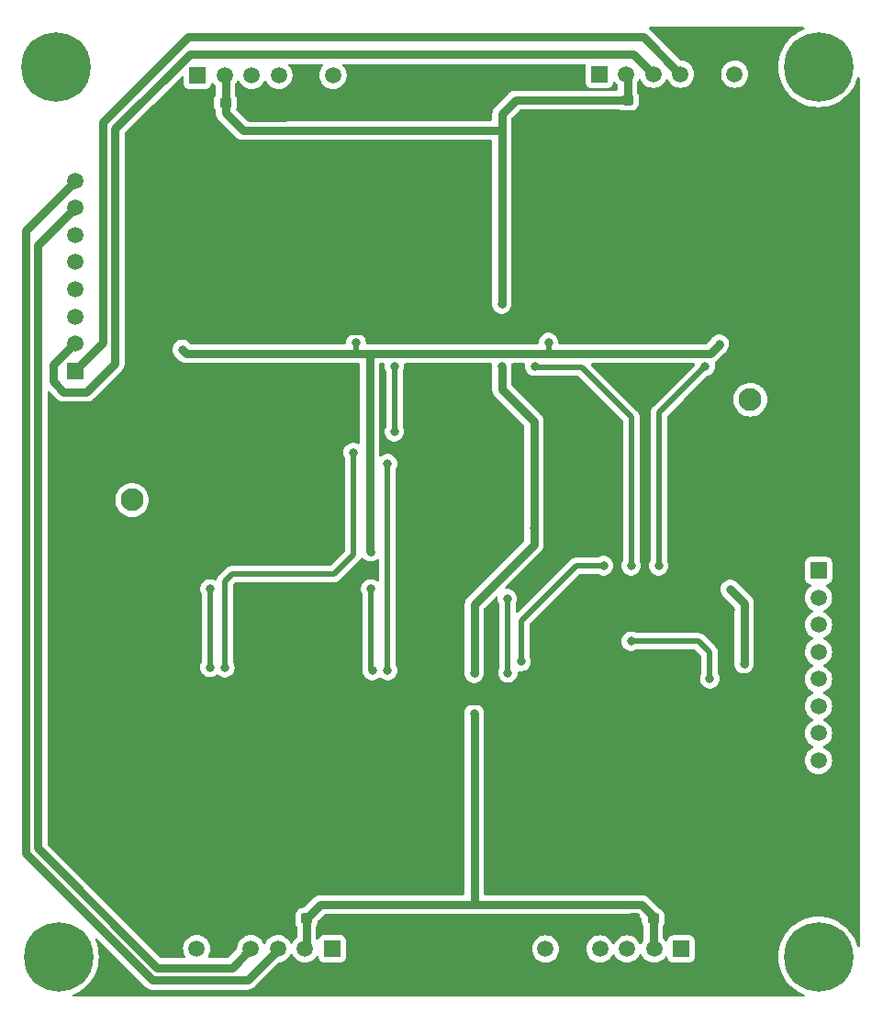
<source format=gbr>
%TF.GenerationSoftware,KiCad,Pcbnew,7.0.5*%
%TF.CreationDate,2023-10-05T13:57:49+07:00*%
%TF.ProjectId,Driver_motor,44726976-6572-45f6-9d6f-746f722e6b69,rev?*%
%TF.SameCoordinates,Original*%
%TF.FileFunction,Copper,L2,Bot*%
%TF.FilePolarity,Positive*%
%FSLAX46Y46*%
G04 Gerber Fmt 4.6, Leading zero omitted, Abs format (unit mm)*
G04 Created by KiCad (PCBNEW 7.0.5) date 2023-10-05 13:57:49*
%MOMM*%
%LPD*%
G01*
G04 APERTURE LIST*
G04 Aperture macros list*
%AMRoundRect*
0 Rectangle with rounded corners*
0 $1 Rounding radius*
0 $2 $3 $4 $5 $6 $7 $8 $9 X,Y pos of 4 corners*
0 Add a 4 corners polygon primitive as box body*
4,1,4,$2,$3,$4,$5,$6,$7,$8,$9,$2,$3,0*
0 Add four circle primitives for the rounded corners*
1,1,$1+$1,$2,$3*
1,1,$1+$1,$4,$5*
1,1,$1+$1,$6,$7*
1,1,$1+$1,$8,$9*
0 Add four rect primitives between the rounded corners*
20,1,$1+$1,$2,$3,$4,$5,0*
20,1,$1+$1,$4,$5,$6,$7,0*
20,1,$1+$1,$6,$7,$8,$9,0*
20,1,$1+$1,$8,$9,$2,$3,0*%
G04 Aperture macros list end*
%TA.AperFunction,ComponentPad*%
%ADD10R,1.508000X1.508000*%
%TD*%
%TA.AperFunction,ComponentPad*%
%ADD11C,1.508000*%
%TD*%
%TA.AperFunction,ComponentPad*%
%ADD12C,6.400000*%
%TD*%
%TA.AperFunction,ComponentPad*%
%ADD13R,2.100000X2.100000*%
%TD*%
%TA.AperFunction,ComponentPad*%
%ADD14C,2.100000*%
%TD*%
%TA.AperFunction,SMDPad,CuDef*%
%ADD15RoundRect,0.237500X0.300000X0.237500X-0.300000X0.237500X-0.300000X-0.237500X0.300000X-0.237500X0*%
%TD*%
%TA.AperFunction,SMDPad,CuDef*%
%ADD16RoundRect,0.237500X-0.300000X-0.237500X0.300000X-0.237500X0.300000X0.237500X-0.300000X0.237500X0*%
%TD*%
%TA.AperFunction,ViaPad*%
%ADD17C,0.800000*%
%TD*%
%TA.AperFunction,Conductor*%
%ADD18C,0.762000*%
%TD*%
%TA.AperFunction,Conductor*%
%ADD19C,1.270000*%
%TD*%
%TA.AperFunction,Conductor*%
%ADD20C,0.508000*%
%TD*%
G04 APERTURE END LIST*
D10*
%TO.P,J2,1,1*%
%TO.N,M2-*%
X131859500Y-127028500D03*
D11*
%TO.P,J2,2,2*%
%TO.N,+3.3V*%
X129359500Y-127028500D03*
%TO.P,J2,3,3*%
%TO.N,M2_ENC_B*%
X126859500Y-127028500D03*
%TO.P,J2,4,4*%
%TO.N,M2_ENC_A*%
X124359500Y-127028500D03*
%TO.P,J2,5,5*%
%TO.N,GND*%
X121859500Y-127028500D03*
%TO.P,J2,6,6*%
%TO.N,M2+*%
X119359500Y-127028500D03*
%TD*%
D10*
%TO.P,J6,1,1*%
%TO.N,M1_ENC_A*%
X75946000Y-73714000D03*
D11*
%TO.P,J6,2,2*%
%TO.N,M1_ENC_B*%
X75946000Y-71214000D03*
%TO.P,J6,3,3*%
%TO.N,M2_ENC_A*%
X75946000Y-68714000D03*
%TO.P,J6,4,4*%
%TO.N,M2_ENC_B*%
X75946000Y-66214000D03*
%TO.P,J6,5,5*%
%TO.N,M3_ENC_A*%
X75946000Y-63714000D03*
%TO.P,J6,6,6*%
%TO.N,M3_ENC_B*%
X75946000Y-61214000D03*
%TO.P,J6,7,7*%
%TO.N,M4_ENC_A*%
X75946000Y-58714000D03*
%TO.P,J6,8,8*%
%TO.N,M4_ENC_B*%
X75946000Y-56214000D03*
%TD*%
D12*
%TO.P,H1,1*%
%TO.N,N/C*%
X74168000Y-45720000D03*
%TD*%
D13*
%TO.P,J7,1,1*%
%TO.N,GND*%
X81216000Y-80554500D03*
D14*
%TO.P,J7,2,2*%
%TO.N,+12V*%
X81216000Y-85634500D03*
%TD*%
D10*
%TO.P,J4,1,1*%
%TO.N,M3-*%
X87242000Y-46482000D03*
D11*
%TO.P,J4,2,2*%
%TO.N,+3.3V*%
X89742000Y-46482000D03*
%TO.P,J4,3,3*%
%TO.N,M3_ENC_B*%
X92242000Y-46482000D03*
%TO.P,J4,4,4*%
%TO.N,M3_ENC_A*%
X94742000Y-46482000D03*
%TO.P,J4,5,5*%
%TO.N,GND*%
X97242000Y-46482000D03*
%TO.P,J4,6,6*%
%TO.N,M3+*%
X99742000Y-46482000D03*
%TD*%
D12*
%TO.P,H4,1*%
%TO.N,N/C*%
X144526000Y-127762000D03*
%TD*%
D10*
%TO.P,J5,1,1*%
%TO.N,M4-*%
X99664250Y-127000000D03*
D11*
%TO.P,J5,2,2*%
%TO.N,+3.3V*%
X97164250Y-127000000D03*
%TO.P,J5,3,3*%
%TO.N,M4_ENC_B*%
X94664250Y-127000000D03*
%TO.P,J5,4,4*%
%TO.N,M4_ENC_A*%
X92164250Y-127000000D03*
%TO.P,J5,5,5*%
%TO.N,GND*%
X89664250Y-127000000D03*
%TO.P,J5,6,6*%
%TO.N,M4+*%
X87164250Y-127000000D03*
%TD*%
D12*
%TO.P,H2,1*%
%TO.N,N/C*%
X74443000Y-127762000D03*
%TD*%
D10*
%TO.P,J3,1,1*%
%TO.N,M1_PWM_R*%
X144526000Y-92148000D03*
D11*
%TO.P,J3,2,2*%
%TO.N,M1_PWM_L*%
X144526000Y-94648000D03*
%TO.P,J3,3,3*%
%TO.N,M2_PWM_R*%
X144526000Y-97148000D03*
%TO.P,J3,4,4*%
%TO.N,M2_PWM_L*%
X144526000Y-99648000D03*
%TO.P,J3,5,5*%
%TO.N,M3_PWM_R*%
X144526000Y-102148000D03*
%TO.P,J3,6,6*%
%TO.N,M3_PWM_L*%
X144526000Y-104648000D03*
%TO.P,J3,7,7*%
%TO.N,M4_PWM_R*%
X144526000Y-107148000D03*
%TO.P,J3,8,8*%
%TO.N,M4_PWM_L*%
X144526000Y-109648000D03*
%TO.P,J3,9,9*%
%TO.N,GND*%
X144526000Y-112148000D03*
%TD*%
D10*
%TO.P,J1,1,1*%
%TO.N,M1-*%
X124300000Y-46382000D03*
D11*
%TO.P,J1,2,2*%
%TO.N,+3.3V*%
X126800000Y-46382000D03*
%TO.P,J1,3,3*%
%TO.N,M1_ENC_B*%
X129300000Y-46382000D03*
%TO.P,J1,4,4*%
%TO.N,M1_ENC_A*%
X131800000Y-46382000D03*
%TO.P,J1,5,5*%
%TO.N,GND*%
X134300000Y-46382000D03*
%TO.P,J1,6,6*%
%TO.N,M1+*%
X136800000Y-46382000D03*
%TD*%
D12*
%TO.P,H3,1*%
%TO.N,N/C*%
X144526000Y-45720000D03*
%TD*%
D13*
%TO.P,J8,1,1*%
%TO.N,GND*%
X138240000Y-81465000D03*
D14*
%TO.P,J8,2,2*%
%TO.N,+12P*%
X138240000Y-76385000D03*
%TD*%
D15*
%TO.P,C15,1*%
%TO.N,GND*%
X128624500Y-48768000D03*
%TO.P,C15,2*%
%TO.N,+3.3V*%
X126899500Y-48768000D03*
%TD*%
D16*
%TO.P,C16,1*%
%TO.N,GND*%
X127561000Y-124242500D03*
%TO.P,C16,2*%
%TO.N,+3.3V*%
X129286000Y-124242500D03*
%TD*%
D15*
%TO.P,C17,1*%
%TO.N,GND*%
X91540500Y-49022000D03*
%TO.P,C17,2*%
%TO.N,+3.3V*%
X89815500Y-49022000D03*
%TD*%
D16*
%TO.P,C18,1*%
%TO.N,GND*%
X95579750Y-124214000D03*
%TO.P,C18,2*%
%TO.N,+3.3V*%
X97304750Y-124214000D03*
%TD*%
D17*
%TO.N,GND*%
X139700000Y-130810000D03*
X146812000Y-59690000D03*
X119888000Y-91186000D03*
X92456000Y-110236000D03*
X91033000Y-105410000D03*
X137414000Y-109982000D03*
X139446000Y-128270000D03*
X124714000Y-70612000D03*
X113284000Y-61214000D03*
X139192000Y-111506000D03*
X124460000Y-112268000D03*
X142240000Y-72644000D03*
X122174000Y-89408000D03*
X122428000Y-108712000D03*
X146812000Y-54356000D03*
X127540947Y-102108000D03*
X77470000Y-112522000D03*
X137414000Y-130810000D03*
X79248000Y-112268000D03*
X95250000Y-112522000D03*
X125730000Y-113030000D03*
X142748000Y-68326000D03*
X92456000Y-106426000D03*
X125984000Y-70612000D03*
X137160000Y-72390000D03*
X142240000Y-81280000D03*
X110490000Y-46736000D03*
X110744000Y-126238000D03*
X133096000Y-130810000D03*
X88138000Y-88138000D03*
X89154000Y-81026000D03*
X135890000Y-81026000D03*
X110490000Y-112776000D03*
X120142000Y-89408000D03*
X93218000Y-68072000D03*
X91186000Y-82042000D03*
X121920000Y-87884000D03*
X107442000Y-110236000D03*
X117094000Y-67564000D03*
X120142000Y-87884000D03*
X85598000Y-83058000D03*
X85852000Y-78486000D03*
X106680000Y-102108000D03*
X85852000Y-76708000D03*
X135382000Y-130810000D03*
X95250000Y-50400500D03*
X91694000Y-68072000D03*
X139192000Y-109982000D03*
X77216000Y-119380000D03*
X112268000Y-53848000D03*
X138684000Y-72390000D03*
X130556000Y-102108000D03*
X121412000Y-86360000D03*
X131826000Y-79502000D03*
X93980000Y-76454000D03*
X93472000Y-77978000D03*
X122428000Y-109982000D03*
X119888000Y-86360000D03*
X84582000Y-101208500D03*
X128270000Y-130556000D03*
X132842000Y-70358000D03*
X112268000Y-57404000D03*
X129540000Y-60960000D03*
X134112000Y-81026000D03*
X121412000Y-105664000D03*
X111252000Y-61214000D03*
X126238000Y-130556000D03*
X101092000Y-101600000D03*
X99314000Y-67564000D03*
X140208000Y-129540000D03*
X108966000Y-125730000D03*
X114046000Y-101600000D03*
X139192000Y-71374000D03*
X123698000Y-110744000D03*
X127508000Y-129540000D03*
X81534000Y-66548000D03*
X136398000Y-79502000D03*
X89154000Y-73914000D03*
X89662000Y-82804000D03*
X118618000Y-92202000D03*
X83566000Y-78994000D03*
X138430000Y-129540000D03*
X113030000Y-46736000D03*
X111506000Y-127508000D03*
X112268000Y-55880000D03*
X137442500Y-108486500D03*
X97790000Y-62738000D03*
X130810000Y-130810000D03*
X77216000Y-117602000D03*
X92456000Y-107696000D03*
X134112000Y-79502000D03*
X146812000Y-56134000D03*
X95250000Y-53340000D03*
X81534000Y-68326000D03*
X143256000Y-83058000D03*
X134366000Y-82804000D03*
X83312000Y-68072000D03*
X124206000Y-89408000D03*
X87884000Y-78994000D03*
X146812000Y-57912000D03*
X112268000Y-59182000D03*
X107188000Y-107188000D03*
X110490000Y-124242500D03*
X95504000Y-77978000D03*
X83058000Y-102108000D03*
X109220000Y-69596000D03*
X92964000Y-74676000D03*
X142748000Y-70104000D03*
X83566000Y-77470000D03*
X88138000Y-85852000D03*
X86614000Y-84836000D03*
X109474000Y-127508000D03*
X112014000Y-48768000D03*
X146812000Y-52832000D03*
X86360000Y-101346000D03*
X87122000Y-80518000D03*
X126492000Y-112014000D03*
X92456000Y-108966000D03*
X107442000Y-68326000D03*
X96774000Y-110744000D03*
X96520000Y-61722000D03*
X92202000Y-76454000D03*
X107442000Y-127000000D03*
X77470000Y-110744000D03*
X92456000Y-105410000D03*
X106172000Y-105410000D03*
X131826000Y-81026000D03*
X140462000Y-112776000D03*
X77216000Y-114300000D03*
X135890000Y-73152000D03*
X81534000Y-64516000D03*
X77216000Y-115824000D03*
X99568000Y-101346000D03*
X140970000Y-82804000D03*
X137668000Y-71374000D03*
X127000000Y-69850000D03*
X90932000Y-74676000D03*
X136398000Y-95758000D03*
X83820000Y-81788000D03*
X81534000Y-62738000D03*
X142748000Y-71374000D03*
X107442000Y-108966000D03*
X146812000Y-51054000D03*
X86614000Y-86868000D03*
%TO.N,+5V*%
X103378000Y-101346000D03*
X88392000Y-101055500D03*
X85852000Y-71773500D03*
X101872500Y-71157500D03*
X88392000Y-93827000D03*
X136398000Y-93879500D03*
X115824000Y-94742000D03*
X115875914Y-101565447D03*
X137668000Y-100729500D03*
X135382000Y-71274000D03*
X103225000Y-90410000D03*
X119634000Y-71120000D03*
X103225000Y-93827000D03*
%TO.N,+3.3V*%
X112776000Y-101600000D03*
X115316000Y-73297500D03*
X118277500Y-88224500D03*
X115316000Y-67564000D03*
X112776000Y-105301500D03*
%TO.N,M1_PWM_R'*%
X134087167Y-73297500D03*
X129794000Y-91694000D03*
%TO.N,M3_PWM_R'*%
X105410000Y-73297500D03*
X105410000Y-79337500D03*
%TO.N,M1_PWM_L'*%
X127254000Y-91694000D03*
X118364000Y-73297500D03*
%TO.N,M2_PWM_R'*%
X124714000Y-91694000D03*
X117094000Y-100530947D03*
%TO.N,M4_PWM_R'*%
X101619000Y-81261000D03*
X89763000Y-101092000D03*
%TO.N,M2_PWM_L'*%
X127254000Y-98660500D03*
X134493000Y-102108000D03*
%TO.N,M4_PWM_L'*%
X104775000Y-101346000D03*
X104775000Y-82296000D03*
%TD*%
D18*
%TO.N,GND*%
X128624500Y-48768000D02*
X131914000Y-48768000D01*
X127540947Y-102108000D02*
X127540947Y-103853053D01*
X84481000Y-101309500D02*
X84481000Y-103595500D01*
D19*
X127000000Y-69850000D02*
X127000000Y-68326000D01*
X81041250Y-80554500D02*
X81216000Y-80554500D01*
D18*
X95579750Y-124214000D02*
X92450250Y-124214000D01*
D19*
X81280000Y-71628000D02*
X82550000Y-70358000D01*
X108712000Y-110998000D02*
X110490000Y-112776000D01*
X119634000Y-68326000D02*
X118218000Y-69742000D01*
X99822000Y-103886000D02*
X135128000Y-103886000D01*
D18*
X95250000Y-69488000D02*
X95504000Y-69742000D01*
D19*
X77216000Y-103886000D02*
X76962000Y-104140000D01*
X76962000Y-110236000D02*
X76962000Y-84633750D01*
D18*
X91540500Y-49884500D02*
X91540500Y-49022000D01*
D19*
X93980000Y-120142000D02*
X95579750Y-121741750D01*
D18*
X94702000Y-49022000D02*
X91540500Y-49022000D01*
D19*
X94742000Y-69742000D02*
X93218000Y-69742000D01*
X140716000Y-110236000D02*
X142628000Y-112148000D01*
X108712000Y-103886000D02*
X108712000Y-105410000D01*
X108712000Y-105410000D02*
X108712000Y-110998000D01*
X109366000Y-69742000D02*
X117094000Y-69742000D01*
D18*
X91033000Y-103886000D02*
X91033000Y-105410000D01*
D19*
X127000000Y-68326000D02*
X119634000Y-68326000D01*
D18*
X128624500Y-48768000D02*
X128624500Y-67918500D01*
X99467000Y-101447000D02*
X99467000Y-103378000D01*
D20*
X137442500Y-108486500D02*
X137442500Y-104365500D01*
D19*
X76962000Y-84633750D02*
X81041250Y-80554500D01*
X142628000Y-112148000D02*
X144526000Y-112148000D01*
D18*
X95504000Y-69742000D02*
X94742000Y-69742000D01*
X95250000Y-50400500D02*
X92056500Y-50400500D01*
X110490000Y-124242500D02*
X124645500Y-124242500D01*
X95250000Y-53340000D02*
X95250000Y-69488000D01*
D19*
X123698000Y-103886000D02*
X123698000Y-105664000D01*
X81280000Y-80490500D02*
X81280000Y-71628000D01*
X83166000Y-69742000D02*
X82550000Y-70358000D01*
X140716000Y-80518000D02*
X140716000Y-68326000D01*
X109366000Y-69742000D02*
X99314000Y-69742000D01*
D18*
X131914000Y-48768000D02*
X134300000Y-46382000D01*
D19*
X93218000Y-68072000D02*
X93218000Y-69742000D01*
D18*
X121859500Y-124242500D02*
X121859500Y-127028500D01*
D19*
X118218000Y-69742000D02*
X117094000Y-69742000D01*
X123698000Y-110744000D02*
X123698000Y-109982000D01*
X77470000Y-110744000D02*
X76962000Y-110236000D01*
D20*
X117094000Y-67564000D02*
X117094000Y-69742000D01*
D19*
X93218000Y-69742000D02*
X83166000Y-69742000D01*
D20*
X136398000Y-103886000D02*
X136398000Y-95758000D01*
D18*
X92056500Y-50400500D02*
X91540500Y-49884500D01*
X121412000Y-105664000D02*
X123698000Y-105664000D01*
X82550000Y-70358000D02*
X83312000Y-69596000D01*
X84582000Y-101208500D02*
X84481000Y-101309500D01*
D19*
X95579750Y-121741750D02*
X95579750Y-124214000D01*
X91033000Y-103886000D02*
X99822000Y-103886000D01*
D20*
X99314000Y-67564000D02*
X99314000Y-69742000D01*
D18*
X114046000Y-101600000D02*
X114046000Y-103886000D01*
X83312000Y-69596000D02*
X83312000Y-68072000D01*
D19*
X135128000Y-103886000D02*
X139192000Y-103886000D01*
X123698000Y-105664000D02*
X123698000Y-110744000D01*
X93980000Y-112522000D02*
X93980000Y-120142000D01*
D18*
X127561000Y-124242500D02*
X124645500Y-124242500D01*
D19*
X139769000Y-81465000D02*
X140716000Y-80518000D01*
D18*
X95250000Y-112522000D02*
X93980000Y-112522000D01*
X99568000Y-101346000D02*
X99467000Y-101447000D01*
X84481000Y-103595500D02*
X84227000Y-103849500D01*
D19*
X81216000Y-80554500D02*
X81280000Y-80490500D01*
X93980000Y-110236000D02*
X93980000Y-112522000D01*
X142748000Y-68326000D02*
X127000000Y-68326000D01*
X138240000Y-81465000D02*
X139769000Y-81465000D01*
X91033000Y-103886000D02*
X77216000Y-103886000D01*
X99314000Y-69742000D02*
X94742000Y-69742000D01*
D18*
X97242000Y-46482000D02*
X94702000Y-49022000D01*
X92450250Y-124214000D02*
X89664250Y-127000000D01*
X124645500Y-124242500D02*
X121859500Y-124242500D01*
D20*
X135128000Y-103886000D02*
X136398000Y-103886000D01*
D18*
X106172000Y-105410000D02*
X108712000Y-105410000D01*
D19*
X139192000Y-103886000D02*
X140716000Y-105410000D01*
X140716000Y-105410000D02*
X140716000Y-110236000D01*
D20*
X132842000Y-70358000D02*
X132842000Y-68326000D01*
D19*
X93980000Y-110236000D02*
X93980000Y-103886000D01*
D18*
%TO.N,+5V*%
X120142000Y-72136000D02*
X134520000Y-72136000D01*
X136398000Y-93879500D02*
X137668000Y-95149500D01*
D20*
X101872500Y-71157500D02*
X101854000Y-71176000D01*
D18*
X137668000Y-95149500D02*
X137668000Y-100729500D01*
X134520000Y-72136000D02*
X135382000Y-71274000D01*
D20*
X119634000Y-72136000D02*
X120142000Y-72136000D01*
D18*
X85852000Y-71773500D02*
X86214500Y-72136000D01*
D20*
X103225000Y-93827000D02*
X103225000Y-101346000D01*
D18*
X120142000Y-72136000D02*
X102616000Y-72136000D01*
X103124000Y-90309000D02*
X103225000Y-90410000D01*
X86214500Y-72136000D02*
X103124000Y-72136000D01*
X103124000Y-72136000D02*
X103124000Y-90309000D01*
D20*
X101854000Y-71176000D02*
X101854000Y-72136000D01*
X119634000Y-71120000D02*
X119634000Y-72136000D01*
X115824000Y-101513533D02*
X115875914Y-101565447D01*
X115824000Y-94742000D02*
X115824000Y-101513533D01*
X88392000Y-93827000D02*
X88392000Y-101055500D01*
D18*
%TO.N,+3.3V*%
X118277500Y-88224500D02*
X118277500Y-89748500D01*
X97304750Y-126859500D02*
X97164250Y-127000000D01*
X128205506Y-122936000D02*
X129286000Y-124016494D01*
X112776000Y-122936000D02*
X128205506Y-122936000D01*
X89815500Y-49937500D02*
X89815500Y-49022000D01*
X115316000Y-51562000D02*
X115316000Y-50038000D01*
X126899500Y-46481500D02*
X126800000Y-46382000D01*
X118277500Y-89748500D02*
X112776000Y-95250000D01*
X97304750Y-124214000D02*
X98582750Y-122936000D01*
X97304750Y-124214000D02*
X97304750Y-126859500D01*
X91440000Y-51562000D02*
X89815500Y-49937500D01*
X115316000Y-51562000D02*
X91440000Y-51562000D01*
X115316000Y-73297500D02*
X115316000Y-75438000D01*
X89815500Y-49022000D02*
X89815500Y-46555500D01*
X126899500Y-48768000D02*
X126899500Y-46481500D01*
X112776000Y-95250000D02*
X112776000Y-101600000D01*
X89815500Y-46555500D02*
X89742000Y-46482000D01*
X98582750Y-122936000D02*
X112776000Y-122936000D01*
X118277500Y-78399500D02*
X118277500Y-88224500D01*
X115316000Y-75438000D02*
X118277500Y-78399500D01*
X115316000Y-67564000D02*
X115316000Y-51562000D01*
X116586000Y-48768000D02*
X126899500Y-48768000D01*
X112776000Y-105301500D02*
X112776000Y-122936000D01*
X129286000Y-126955000D02*
X129359500Y-127028500D01*
X129286000Y-124242500D02*
X129286000Y-126955000D01*
X129286000Y-124016494D02*
X129286000Y-124242500D01*
X115316000Y-50038000D02*
X116586000Y-48768000D01*
%TO.N,M1_ENC_B*%
X129300000Y-46382000D02*
X127468000Y-44550000D01*
X127468000Y-44550000D02*
X86514000Y-44550000D01*
X79629000Y-73063000D02*
X77000000Y-75692000D01*
X74892000Y-75692000D02*
X73914000Y-74714000D01*
X86514000Y-44550000D02*
X79629000Y-51435000D01*
X73914000Y-74714000D02*
X73914000Y-73152000D01*
X79629000Y-51435000D02*
X79629000Y-73063000D01*
X73914000Y-73152000D02*
X75852000Y-71214000D01*
X75852000Y-71214000D02*
X75946000Y-71214000D01*
X77000000Y-75692000D02*
X74892000Y-75692000D01*
%TO.N,M1_ENC_A*%
X86360000Y-42926000D02*
X128344000Y-42926000D01*
X78486000Y-50800000D02*
X86360000Y-42926000D01*
X75946000Y-73660000D02*
X78486000Y-71120000D01*
X78486000Y-71120000D02*
X78486000Y-50800000D01*
X128344000Y-42926000D02*
X131800000Y-46382000D01*
X75946000Y-73714000D02*
X75946000Y-73660000D01*
%TO.N,M4_ENC_B*%
X83064054Y-129892500D02*
X91849500Y-129892500D01*
X94664250Y-127077750D02*
X94664250Y-127000000D01*
X71374000Y-60786000D02*
X71374000Y-118202446D01*
X91849500Y-129892500D02*
X94664250Y-127077750D01*
X71374000Y-118202446D02*
X83064054Y-129892500D01*
X75946000Y-56214000D02*
X71374000Y-60786000D01*
%TO.N,M4_ENC_A*%
X75946000Y-58714000D02*
X72517000Y-62143000D01*
X72517000Y-62143000D02*
X72517000Y-117729000D01*
X83537500Y-128749500D02*
X85852000Y-128749500D01*
X72517000Y-117729000D02*
X83537500Y-128749500D01*
X84657250Y-128749500D02*
X90414750Y-128749500D01*
X90414750Y-128749500D02*
X92164250Y-127000000D01*
D20*
%TO.N,M1_PWM_R'*%
X134087167Y-73297500D02*
X129794000Y-77590667D01*
X129794000Y-77590667D02*
X129794000Y-91694000D01*
%TO.N,M3_PWM_R'*%
X105410000Y-79337500D02*
X105410000Y-73297500D01*
%TO.N,M1_PWM_L'*%
X118472500Y-73406000D02*
X122682000Y-73406000D01*
X122682000Y-73406000D02*
X127254000Y-77978000D01*
X118364000Y-73297500D02*
X118472500Y-73406000D01*
X127254000Y-77978000D02*
X127254000Y-91694000D01*
%TO.N,M2_PWM_R'*%
X117094000Y-100530947D02*
X117094000Y-96774000D01*
X117094000Y-96774000D02*
X122174000Y-91694000D01*
X122174000Y-91694000D02*
X124714000Y-91694000D01*
%TO.N,M4_PWM_R'*%
X99822000Y-92456000D02*
X101619000Y-90659000D01*
X89763000Y-101092000D02*
X89763000Y-93117000D01*
X101619000Y-90659000D02*
X101619000Y-81261000D01*
X89763000Y-93117000D02*
X90424000Y-92456000D01*
X90424000Y-92456000D02*
X99822000Y-92456000D01*
%TO.N,M2_PWM_L'*%
X134493000Y-99695000D02*
X134493000Y-102108000D01*
X133458500Y-98660500D02*
X134493000Y-99695000D01*
X127254000Y-98660500D02*
X133458500Y-98660500D01*
X127254000Y-98660500D02*
X127362500Y-98552000D01*
%TO.N,M4_PWM_L'*%
X104775000Y-82296000D02*
X104775000Y-101346000D01*
%TD*%
%TA.AperFunction,Conductor*%
%TO.N,GND*%
G36*
X143191257Y-42057185D02*
G01*
X143237012Y-42109989D01*
X143246956Y-42179147D01*
X143217931Y-42242703D01*
X143168656Y-42277264D01*
X143018802Y-42334787D01*
X142673206Y-42510877D01*
X142347917Y-42722122D01*
X142046488Y-42966215D01*
X142046480Y-42966222D01*
X141772222Y-43240480D01*
X141772215Y-43240488D01*
X141528122Y-43541917D01*
X141316877Y-43867206D01*
X141140787Y-44212802D01*
X141001788Y-44574905D01*
X140901397Y-44949570D01*
X140901397Y-44949572D01*
X140840722Y-45332660D01*
X140820422Y-45719999D01*
X140820422Y-45720000D01*
X140840722Y-46107339D01*
X140884224Y-46382000D01*
X140901398Y-46490433D01*
X140999975Y-46858330D01*
X141001788Y-46865094D01*
X141140787Y-47227197D01*
X141316877Y-47572793D01*
X141528122Y-47898082D01*
X141720503Y-48135652D01*
X141772219Y-48199516D01*
X142046484Y-48473781D01*
X142214375Y-48609737D01*
X142347917Y-48717877D01*
X142673206Y-48929122D01*
X142673211Y-48929125D01*
X143018806Y-49105214D01*
X143380913Y-49244214D01*
X143755567Y-49344602D01*
X144138662Y-49405278D01*
X144504576Y-49424455D01*
X144525999Y-49425578D01*
X144526000Y-49425578D01*
X144526001Y-49425578D01*
X144546300Y-49424514D01*
X144913338Y-49405278D01*
X145296433Y-49344602D01*
X145671087Y-49244214D01*
X146033194Y-49105214D01*
X146378789Y-48929125D01*
X146704084Y-48717876D01*
X147005516Y-48473781D01*
X147279781Y-48199516D01*
X147523876Y-47898084D01*
X147735125Y-47572789D01*
X147911214Y-47227194D01*
X148050214Y-46865087D01*
X148091726Y-46710161D01*
X148128090Y-46650503D01*
X148190937Y-46619974D01*
X148260313Y-46628269D01*
X148314190Y-46672754D01*
X148335465Y-46739306D01*
X148335500Y-46742257D01*
X148335500Y-126739742D01*
X148315815Y-126806781D01*
X148263011Y-126852536D01*
X148193853Y-126862480D01*
X148130297Y-126833455D01*
X148092523Y-126774677D01*
X148091725Y-126771836D01*
X148050214Y-126616913D01*
X147911214Y-126254806D01*
X147735125Y-125909211D01*
X147721646Y-125888455D01*
X147523877Y-125583917D01*
X147279784Y-125282488D01*
X147279781Y-125282484D01*
X147005516Y-125008219D01*
X146922322Y-124940850D01*
X146704082Y-124764122D01*
X146378793Y-124552877D01*
X146033197Y-124376787D01*
X145671094Y-124237788D01*
X145671087Y-124237786D01*
X145296433Y-124137398D01*
X145296429Y-124137397D01*
X145296428Y-124137397D01*
X144913339Y-124076722D01*
X144526001Y-124056422D01*
X144525999Y-124056422D01*
X144138660Y-124076722D01*
X143755572Y-124137397D01*
X143755570Y-124137397D01*
X143380905Y-124237788D01*
X143018802Y-124376787D01*
X142673206Y-124552877D01*
X142347917Y-124764122D01*
X142046488Y-125008215D01*
X142046480Y-125008222D01*
X141772222Y-125282480D01*
X141772215Y-125282488D01*
X141528122Y-125583917D01*
X141316877Y-125909206D01*
X141140787Y-126254802D01*
X141001788Y-126616905D01*
X140901397Y-126991570D01*
X140901397Y-126991572D01*
X140840722Y-127374660D01*
X140820422Y-127761999D01*
X140820422Y-127762000D01*
X140840722Y-128149339D01*
X140901397Y-128532427D01*
X140901397Y-128532429D01*
X141001788Y-128907094D01*
X141140787Y-129269197D01*
X141316877Y-129614793D01*
X141528122Y-129940082D01*
X141528124Y-129940084D01*
X141772219Y-130241516D01*
X142046484Y-130515781D01*
X142148506Y-130598397D01*
X142347917Y-130759877D01*
X142673206Y-130971122D01*
X142673211Y-130971125D01*
X143018806Y-131147214D01*
X143168656Y-131204736D01*
X143224188Y-131247138D01*
X143247981Y-131312832D01*
X143232479Y-131380961D01*
X143182606Y-131429893D01*
X143124218Y-131444500D01*
X75844782Y-131444500D01*
X75777743Y-131424815D01*
X75731988Y-131372011D01*
X75722044Y-131302853D01*
X75751069Y-131239297D01*
X75800344Y-131204736D01*
X75950194Y-131147214D01*
X76295789Y-130971125D01*
X76621084Y-130759876D01*
X76922516Y-130515781D01*
X77196781Y-130241516D01*
X77440876Y-129940084D01*
X77652125Y-129614789D01*
X77828214Y-129269194D01*
X77967214Y-128907087D01*
X78067602Y-128532433D01*
X78128278Y-128149338D01*
X78148578Y-127762000D01*
X78128278Y-127374662D01*
X78067602Y-126991567D01*
X77967214Y-126616913D01*
X77828214Y-126254806D01*
X77818475Y-126235692D01*
X77805578Y-126167023D01*
X77831853Y-126102282D01*
X77888959Y-126062025D01*
X77958765Y-126059031D01*
X78016640Y-126091715D01*
X82413625Y-130488700D01*
X82417029Y-130492393D01*
X82454270Y-130536237D01*
X82454271Y-130536238D01*
X82520430Y-130586531D01*
X82521753Y-130587565D01*
X82535229Y-130598397D01*
X82586507Y-130639616D01*
X82586514Y-130639619D01*
X82586515Y-130639620D01*
X82586744Y-130639734D01*
X82606694Y-130652108D01*
X82606913Y-130652274D01*
X82682340Y-130687170D01*
X82683856Y-130687896D01*
X82758280Y-130724807D01*
X82758509Y-130724864D01*
X82758541Y-130724872D01*
X82780682Y-130732667D01*
X82780930Y-130732782D01*
X82780931Y-130732782D01*
X82780933Y-130732783D01*
X82808956Y-130738951D01*
X82862106Y-130750650D01*
X82863698Y-130751024D01*
X82892269Y-130758128D01*
X82944350Y-130771081D01*
X82944619Y-130771088D01*
X82967925Y-130773943D01*
X82968184Y-130774000D01*
X82968185Y-130774000D01*
X83051251Y-130774000D01*
X83052929Y-130774023D01*
X83091168Y-130775058D01*
X83136018Y-130776273D01*
X83136292Y-130776220D01*
X83159651Y-130774000D01*
X91811146Y-130774000D01*
X91816181Y-130774205D01*
X91840762Y-130776206D01*
X91873511Y-130778873D01*
X91955902Y-130767647D01*
X91957508Y-130767450D01*
X92040114Y-130758467D01*
X92040369Y-130758380D01*
X92063214Y-130753027D01*
X92063494Y-130752989D01*
X92141548Y-130724311D01*
X92143112Y-130723762D01*
X92221815Y-130697245D01*
X92222039Y-130697110D01*
X92243223Y-130686958D01*
X92243470Y-130686868D01*
X92313527Y-130642087D01*
X92314866Y-130641257D01*
X92386107Y-130598394D01*
X92386293Y-130598217D01*
X92404806Y-130583743D01*
X92405025Y-130583604D01*
X92463779Y-130524848D01*
X92464950Y-130523708D01*
X92525308Y-130466536D01*
X92525457Y-130466314D01*
X92540411Y-130448216D01*
X94703665Y-128284962D01*
X94764986Y-128251479D01*
X94780525Y-128249118D01*
X94882924Y-128240161D01*
X95094953Y-128183347D01*
X95293896Y-128090579D01*
X95473707Y-127964674D01*
X95628924Y-127809457D01*
X95754829Y-127629646D01*
X95801867Y-127528770D01*
X95848040Y-127476330D01*
X95915233Y-127457178D01*
X95982115Y-127477393D01*
X96026632Y-127528770D01*
X96073669Y-127629642D01*
X96073673Y-127629650D01*
X96199572Y-127809452D01*
X96199577Y-127809458D01*
X96354791Y-127964672D01*
X96354797Y-127964677D01*
X96534599Y-128090576D01*
X96534601Y-128090577D01*
X96534604Y-128090579D01*
X96733547Y-128183347D01*
X96945576Y-128240161D01*
X97092913Y-128253051D01*
X97164248Y-128259292D01*
X97164250Y-128259292D01*
X97164252Y-128259292D01*
X97219047Y-128254498D01*
X97382924Y-128240161D01*
X97594953Y-128183347D01*
X97793896Y-128090579D01*
X97973707Y-127964674D01*
X98128924Y-127809457D01*
X98184176Y-127730547D01*
X98238751Y-127686924D01*
X98308249Y-127679730D01*
X98370604Y-127711252D01*
X98406019Y-127771481D01*
X98409370Y-127798573D01*
X98409396Y-127798571D01*
X98409396Y-127798573D01*
X98409574Y-127798564D01*
X98409729Y-127801473D01*
X98409750Y-127801637D01*
X98409750Y-127801852D01*
X98409751Y-127801876D01*
X98416158Y-127861483D01*
X98466452Y-127996328D01*
X98466456Y-127996335D01*
X98552702Y-128111544D01*
X98552705Y-128111547D01*
X98667914Y-128197793D01*
X98667921Y-128197797D01*
X98802767Y-128248091D01*
X98802766Y-128248091D01*
X98809694Y-128248835D01*
X98862377Y-128254500D01*
X100466122Y-128254499D01*
X100525733Y-128248091D01*
X100660581Y-128197796D01*
X100775796Y-128111546D01*
X100862046Y-127996331D01*
X100912341Y-127861483D01*
X100918750Y-127801873D01*
X100918750Y-127028502D01*
X118100208Y-127028502D01*
X118116845Y-127218675D01*
X118119339Y-127247174D01*
X118176153Y-127459203D01*
X118176154Y-127459206D01*
X118176155Y-127459208D01*
X118268919Y-127658142D01*
X118268923Y-127658150D01*
X118394822Y-127837952D01*
X118394827Y-127837958D01*
X118550041Y-127993172D01*
X118550047Y-127993177D01*
X118729849Y-128119076D01*
X118729851Y-128119077D01*
X118729854Y-128119079D01*
X118928797Y-128211847D01*
X119140826Y-128268661D01*
X119297021Y-128282326D01*
X119359498Y-128287792D01*
X119359500Y-128287792D01*
X119359502Y-128287792D01*
X119414297Y-128282998D01*
X119578174Y-128268661D01*
X119790203Y-128211847D01*
X119989146Y-128119079D01*
X120168957Y-127993174D01*
X120324174Y-127837957D01*
X120450079Y-127658146D01*
X120542847Y-127459203D01*
X120599661Y-127247174D01*
X120618792Y-127028500D01*
X120616298Y-126999997D01*
X120608413Y-126909870D01*
X120599661Y-126809826D01*
X120542847Y-126597797D01*
X120450079Y-126398854D01*
X120450077Y-126398851D01*
X120450076Y-126398849D01*
X120324177Y-126219047D01*
X120324172Y-126219041D01*
X120168958Y-126063827D01*
X120168952Y-126063822D01*
X119989150Y-125937923D01*
X119989142Y-125937919D01*
X119790208Y-125845155D01*
X119790206Y-125845154D01*
X119790203Y-125845153D01*
X119639385Y-125804740D01*
X119578175Y-125788339D01*
X119578168Y-125788338D01*
X119359502Y-125769208D01*
X119359498Y-125769208D01*
X119140831Y-125788338D01*
X119140824Y-125788339D01*
X119035151Y-125816655D01*
X118928797Y-125845153D01*
X118928795Y-125845153D01*
X118928791Y-125845155D01*
X118729857Y-125937919D01*
X118729849Y-125937923D01*
X118550047Y-126063822D01*
X118550041Y-126063827D01*
X118394827Y-126219041D01*
X118394822Y-126219047D01*
X118268923Y-126398849D01*
X118268919Y-126398857D01*
X118176155Y-126597791D01*
X118119339Y-126809824D01*
X118119338Y-126809831D01*
X118100208Y-127028497D01*
X118100208Y-127028502D01*
X100918750Y-127028502D01*
X100918749Y-126198128D01*
X100912341Y-126138517D01*
X100902067Y-126110972D01*
X100862047Y-126003671D01*
X100862043Y-126003664D01*
X100775797Y-125888455D01*
X100775794Y-125888452D01*
X100660585Y-125802206D01*
X100660578Y-125802202D01*
X100525732Y-125751908D01*
X100525733Y-125751908D01*
X100466133Y-125745501D01*
X100466131Y-125745500D01*
X100466123Y-125745500D01*
X100466114Y-125745500D01*
X98862379Y-125745500D01*
X98862373Y-125745501D01*
X98802766Y-125751908D01*
X98667921Y-125802202D01*
X98667914Y-125802206D01*
X98552705Y-125888452D01*
X98552702Y-125888455D01*
X98466456Y-126003664D01*
X98466452Y-126003671D01*
X98426432Y-126110972D01*
X98384561Y-126166906D01*
X98319096Y-126191323D01*
X98250823Y-126176471D01*
X98201418Y-126127066D01*
X98186250Y-126067639D01*
X98186250Y-124949688D01*
X98204712Y-124884591D01*
X98278153Y-124765524D01*
X98278152Y-124765524D01*
X98278158Y-124765516D01*
X98332424Y-124601753D01*
X98342750Y-124500677D01*
X98342749Y-124473991D01*
X98362431Y-124406954D01*
X98379063Y-124386314D01*
X98911559Y-123853819D01*
X98972883Y-123820334D01*
X98999241Y-123817500D01*
X112680131Y-123817500D01*
X112694119Y-123817500D01*
X112714176Y-123819133D01*
X112719255Y-123819965D01*
X112727995Y-123821398D01*
X112798209Y-123817590D01*
X112801564Y-123817500D01*
X127789015Y-123817500D01*
X127856054Y-123837185D01*
X127876696Y-123853819D01*
X128211681Y-124188804D01*
X128245166Y-124250127D01*
X128248000Y-124276485D01*
X128248000Y-124529168D01*
X128248001Y-124529187D01*
X128258325Y-124630252D01*
X128312592Y-124794015D01*
X128312596Y-124794024D01*
X128386038Y-124913091D01*
X128404500Y-124978188D01*
X128404500Y-126166130D01*
X128384815Y-126233169D01*
X128382075Y-126237253D01*
X128268923Y-126398849D01*
X128268921Y-126398853D01*
X128221882Y-126499730D01*
X128175710Y-126552169D01*
X128108516Y-126571321D01*
X128041635Y-126551105D01*
X127997118Y-126499730D01*
X127950080Y-126398857D01*
X127950079Y-126398854D01*
X127950077Y-126398851D01*
X127950076Y-126398849D01*
X127824177Y-126219047D01*
X127824172Y-126219041D01*
X127668958Y-126063827D01*
X127668952Y-126063822D01*
X127489150Y-125937923D01*
X127489142Y-125937919D01*
X127290208Y-125845155D01*
X127290206Y-125845154D01*
X127290203Y-125845153D01*
X127139385Y-125804740D01*
X127078175Y-125788339D01*
X127078168Y-125788338D01*
X126859502Y-125769208D01*
X126859498Y-125769208D01*
X126640831Y-125788338D01*
X126640824Y-125788339D01*
X126535151Y-125816655D01*
X126428797Y-125845153D01*
X126428795Y-125845153D01*
X126428791Y-125845155D01*
X126229857Y-125937919D01*
X126229849Y-125937923D01*
X126050047Y-126063822D01*
X126050041Y-126063827D01*
X125894827Y-126219041D01*
X125894822Y-126219047D01*
X125768923Y-126398849D01*
X125768921Y-126398853D01*
X125721882Y-126499730D01*
X125675710Y-126552169D01*
X125608516Y-126571321D01*
X125541635Y-126551105D01*
X125497118Y-126499730D01*
X125450080Y-126398857D01*
X125450079Y-126398854D01*
X125450077Y-126398851D01*
X125450076Y-126398849D01*
X125324177Y-126219047D01*
X125324172Y-126219041D01*
X125168958Y-126063827D01*
X125168952Y-126063822D01*
X124989150Y-125937923D01*
X124989142Y-125937919D01*
X124790208Y-125845155D01*
X124790206Y-125845154D01*
X124790203Y-125845153D01*
X124639385Y-125804740D01*
X124578175Y-125788339D01*
X124578168Y-125788338D01*
X124359502Y-125769208D01*
X124359498Y-125769208D01*
X124140831Y-125788338D01*
X124140824Y-125788339D01*
X124035151Y-125816655D01*
X123928797Y-125845153D01*
X123928795Y-125845153D01*
X123928791Y-125845155D01*
X123729857Y-125937919D01*
X123729849Y-125937923D01*
X123550047Y-126063822D01*
X123550041Y-126063827D01*
X123394827Y-126219041D01*
X123394822Y-126219047D01*
X123268923Y-126398849D01*
X123268919Y-126398857D01*
X123176155Y-126597791D01*
X123119339Y-126809824D01*
X123119338Y-126809831D01*
X123100208Y-127028497D01*
X123100208Y-127028502D01*
X123116845Y-127218675D01*
X123119339Y-127247174D01*
X123176153Y-127459203D01*
X123176154Y-127459206D01*
X123176155Y-127459208D01*
X123268919Y-127658142D01*
X123268923Y-127658150D01*
X123394822Y-127837952D01*
X123394827Y-127837958D01*
X123550041Y-127993172D01*
X123550047Y-127993177D01*
X123729849Y-128119076D01*
X123729851Y-128119077D01*
X123729854Y-128119079D01*
X123928797Y-128211847D01*
X124140826Y-128268661D01*
X124297021Y-128282326D01*
X124359498Y-128287792D01*
X124359500Y-128287792D01*
X124359502Y-128287792D01*
X124414297Y-128282998D01*
X124578174Y-128268661D01*
X124790203Y-128211847D01*
X124989146Y-128119079D01*
X125168957Y-127993174D01*
X125324174Y-127837957D01*
X125450079Y-127658146D01*
X125497117Y-127557270D01*
X125543290Y-127504830D01*
X125610483Y-127485678D01*
X125677365Y-127505893D01*
X125721882Y-127557270D01*
X125768919Y-127658142D01*
X125768923Y-127658150D01*
X125894822Y-127837952D01*
X125894827Y-127837958D01*
X126050041Y-127993172D01*
X126050047Y-127993177D01*
X126229849Y-128119076D01*
X126229851Y-128119077D01*
X126229854Y-128119079D01*
X126428797Y-128211847D01*
X126640826Y-128268661D01*
X126797021Y-128282326D01*
X126859498Y-128287792D01*
X126859500Y-128287792D01*
X126859502Y-128287792D01*
X126914297Y-128282998D01*
X127078174Y-128268661D01*
X127290203Y-128211847D01*
X127489146Y-128119079D01*
X127668957Y-127993174D01*
X127824174Y-127837957D01*
X127950079Y-127658146D01*
X127997117Y-127557270D01*
X128043290Y-127504830D01*
X128110483Y-127485678D01*
X128177365Y-127505893D01*
X128221882Y-127557270D01*
X128268919Y-127658142D01*
X128268923Y-127658150D01*
X128394822Y-127837952D01*
X128394827Y-127837958D01*
X128550041Y-127993172D01*
X128550047Y-127993177D01*
X128729849Y-128119076D01*
X128729851Y-128119077D01*
X128729854Y-128119079D01*
X128928797Y-128211847D01*
X129140826Y-128268661D01*
X129297021Y-128282326D01*
X129359498Y-128287792D01*
X129359500Y-128287792D01*
X129359502Y-128287792D01*
X129414297Y-128282998D01*
X129578174Y-128268661D01*
X129790203Y-128211847D01*
X129989146Y-128119079D01*
X130168957Y-127993174D01*
X130324174Y-127837957D01*
X130379426Y-127759047D01*
X130434001Y-127715424D01*
X130503499Y-127708230D01*
X130565854Y-127739752D01*
X130601269Y-127799981D01*
X130604620Y-127827073D01*
X130604646Y-127827071D01*
X130604646Y-127827073D01*
X130604824Y-127827064D01*
X130604979Y-127829973D01*
X130605000Y-127830137D01*
X130605000Y-127830352D01*
X130605001Y-127830376D01*
X130611408Y-127889983D01*
X130661702Y-128024828D01*
X130661706Y-128024835D01*
X130747952Y-128140044D01*
X130747955Y-128140047D01*
X130863164Y-128226293D01*
X130863171Y-128226297D01*
X130998017Y-128276591D01*
X130998016Y-128276591D01*
X131004944Y-128277335D01*
X131057627Y-128283000D01*
X132661372Y-128282999D01*
X132720983Y-128276591D01*
X132855831Y-128226296D01*
X132971046Y-128140046D01*
X133057296Y-128024831D01*
X133107591Y-127889983D01*
X133114000Y-127830373D01*
X133113999Y-126226628D01*
X133107591Y-126167017D01*
X133107260Y-126166130D01*
X133057297Y-126032171D01*
X133057293Y-126032164D01*
X132971047Y-125916955D01*
X132971044Y-125916952D01*
X132855835Y-125830706D01*
X132855828Y-125830702D01*
X132720982Y-125780408D01*
X132720983Y-125780408D01*
X132661383Y-125774001D01*
X132661381Y-125774000D01*
X132661373Y-125774000D01*
X132661364Y-125774000D01*
X131057629Y-125774000D01*
X131057623Y-125774001D01*
X130998016Y-125780408D01*
X130863171Y-125830702D01*
X130863164Y-125830706D01*
X130747955Y-125916952D01*
X130747952Y-125916955D01*
X130661706Y-126032164D01*
X130661702Y-126032171D01*
X130611408Y-126167017D01*
X130605815Y-126219043D01*
X130605001Y-126226623D01*
X130605000Y-126226635D01*
X130605000Y-126226826D01*
X130604987Y-126226868D01*
X130604822Y-126229952D01*
X130604093Y-126229912D01*
X130585315Y-126293865D01*
X130532511Y-126339620D01*
X130463353Y-126349564D01*
X130399797Y-126320539D01*
X130379425Y-126297949D01*
X130353853Y-126261429D01*
X130324174Y-126219043D01*
X130203817Y-126098686D01*
X130170334Y-126037364D01*
X130167500Y-126011006D01*
X130167500Y-124978188D01*
X130185962Y-124913091D01*
X130259403Y-124794024D01*
X130259402Y-124794024D01*
X130259408Y-124794016D01*
X130313674Y-124630253D01*
X130324000Y-124529177D01*
X130323999Y-123955824D01*
X130313674Y-123854747D01*
X130259408Y-123690984D01*
X130168840Y-123544150D01*
X130046850Y-123422160D01*
X129900016Y-123331592D01*
X129900014Y-123331591D01*
X129900012Y-123331590D01*
X129900013Y-123331590D01*
X129849705Y-123314919D01*
X129801030Y-123284895D01*
X129718316Y-123202181D01*
X128855933Y-122339798D01*
X128852530Y-122336106D01*
X128815287Y-122292260D01*
X128749128Y-122241967D01*
X128747805Y-122240933D01*
X128683054Y-122188885D01*
X128683053Y-122188884D01*
X128682803Y-122188760D01*
X128662875Y-122176399D01*
X128662648Y-122176227D01*
X128662643Y-122176223D01*
X128587219Y-122141329D01*
X128585729Y-122140616D01*
X128562214Y-122128953D01*
X128511286Y-122103695D01*
X128511273Y-122103691D01*
X128511004Y-122103624D01*
X128488883Y-122095834D01*
X128488635Y-122095719D01*
X128488631Y-122095718D01*
X128407477Y-122077853D01*
X128405844Y-122077471D01*
X128325213Y-122057419D01*
X128325203Y-122057418D01*
X128324930Y-122057411D01*
X128301650Y-122054560D01*
X128301380Y-122054500D01*
X128301375Y-122054500D01*
X128218309Y-122054500D01*
X128216631Y-122054477D01*
X128133545Y-122052227D01*
X128133544Y-122052227D01*
X128133542Y-122052227D01*
X128133267Y-122052279D01*
X128109909Y-122054500D01*
X113781500Y-122054500D01*
X113714461Y-122034815D01*
X113668706Y-121982011D01*
X113657500Y-121930500D01*
X113657500Y-109648000D01*
X143266708Y-109648000D01*
X143285839Y-109866674D01*
X143342653Y-110078703D01*
X143342654Y-110078706D01*
X143342655Y-110078708D01*
X143435419Y-110277642D01*
X143435423Y-110277650D01*
X143561322Y-110457452D01*
X143561327Y-110457458D01*
X143716541Y-110612672D01*
X143716547Y-110612677D01*
X143896349Y-110738576D01*
X143896351Y-110738577D01*
X143896354Y-110738579D01*
X144095297Y-110831347D01*
X144307326Y-110888161D01*
X144463521Y-110901826D01*
X144525998Y-110907292D01*
X144526000Y-110907292D01*
X144526002Y-110907292D01*
X144580668Y-110902509D01*
X144744674Y-110888161D01*
X144956703Y-110831347D01*
X145155646Y-110738579D01*
X145335457Y-110612674D01*
X145490674Y-110457457D01*
X145616579Y-110277646D01*
X145709347Y-110078703D01*
X145766161Y-109866674D01*
X145785292Y-109648000D01*
X145766161Y-109429326D01*
X145709347Y-109217297D01*
X145616579Y-109018354D01*
X145616577Y-109018351D01*
X145616576Y-109018349D01*
X145490677Y-108838547D01*
X145490672Y-108838541D01*
X145335458Y-108683327D01*
X145335452Y-108683322D01*
X145155650Y-108557423D01*
X145155642Y-108557419D01*
X145054770Y-108510382D01*
X145002330Y-108464210D01*
X144983178Y-108397017D01*
X145003393Y-108330135D01*
X145054770Y-108285618D01*
X145062860Y-108281845D01*
X145155646Y-108238579D01*
X145335457Y-108112674D01*
X145490674Y-107957457D01*
X145616579Y-107777646D01*
X145709347Y-107578703D01*
X145766161Y-107366674D01*
X145785292Y-107148000D01*
X145766161Y-106929326D01*
X145709347Y-106717297D01*
X145616579Y-106518354D01*
X145616577Y-106518351D01*
X145616576Y-106518349D01*
X145490677Y-106338547D01*
X145490672Y-106338541D01*
X145335458Y-106183327D01*
X145335452Y-106183322D01*
X145155650Y-106057423D01*
X145155642Y-106057419D01*
X145054770Y-106010382D01*
X145002330Y-105964210D01*
X144983178Y-105897017D01*
X145003393Y-105830135D01*
X145054770Y-105785618D01*
X145062860Y-105781845D01*
X145155646Y-105738579D01*
X145335457Y-105612674D01*
X145490674Y-105457457D01*
X145616579Y-105277646D01*
X145709347Y-105078703D01*
X145766161Y-104866674D01*
X145785292Y-104648000D01*
X145766161Y-104429326D01*
X145709347Y-104217297D01*
X145616579Y-104018354D01*
X145616577Y-104018351D01*
X145616576Y-104018349D01*
X145490677Y-103838547D01*
X145490672Y-103838541D01*
X145335458Y-103683327D01*
X145335452Y-103683322D01*
X145155650Y-103557423D01*
X145155642Y-103557419D01*
X145054770Y-103510382D01*
X145002330Y-103464210D01*
X144983178Y-103397017D01*
X145003393Y-103330135D01*
X145054770Y-103285618D01*
X145062860Y-103281845D01*
X145155646Y-103238579D01*
X145335457Y-103112674D01*
X145490674Y-102957457D01*
X145616579Y-102777646D01*
X145709347Y-102578703D01*
X145766161Y-102366674D01*
X145785292Y-102148000D01*
X145783730Y-102130151D01*
X145778117Y-102065997D01*
X145766161Y-101929326D01*
X145709347Y-101717297D01*
X145616579Y-101518354D01*
X145616577Y-101518351D01*
X145616576Y-101518349D01*
X145490677Y-101338547D01*
X145490672Y-101338541D01*
X145335458Y-101183327D01*
X145335452Y-101183322D01*
X145155650Y-101057423D01*
X145155642Y-101057419D01*
X145054770Y-101010382D01*
X145002330Y-100964210D01*
X144983178Y-100897017D01*
X145003393Y-100830135D01*
X145054770Y-100785618D01*
X145062860Y-100781845D01*
X145155646Y-100738579D01*
X145335457Y-100612674D01*
X145490674Y-100457457D01*
X145616579Y-100277646D01*
X145709347Y-100078703D01*
X145766161Y-99866674D01*
X145785024Y-99651061D01*
X145785292Y-99648002D01*
X145785292Y-99647997D01*
X145774692Y-99526837D01*
X145766161Y-99429326D01*
X145709347Y-99217297D01*
X145616579Y-99018354D01*
X145616577Y-99018351D01*
X145616576Y-99018349D01*
X145490677Y-98838547D01*
X145490672Y-98838541D01*
X145335458Y-98683327D01*
X145335452Y-98683322D01*
X145155650Y-98557423D01*
X145155642Y-98557419D01*
X145054770Y-98510382D01*
X145002330Y-98464210D01*
X144983178Y-98397017D01*
X145003393Y-98330135D01*
X145054770Y-98285618D01*
X145062860Y-98281845D01*
X145155646Y-98238579D01*
X145335457Y-98112674D01*
X145490674Y-97957457D01*
X145616579Y-97777646D01*
X145709347Y-97578703D01*
X145766161Y-97366674D01*
X145785292Y-97148000D01*
X145766161Y-96929326D01*
X145709347Y-96717297D01*
X145616579Y-96518354D01*
X145616577Y-96518351D01*
X145616576Y-96518349D01*
X145490677Y-96338547D01*
X145490672Y-96338541D01*
X145335458Y-96183327D01*
X145335452Y-96183322D01*
X145155650Y-96057423D01*
X145155642Y-96057419D01*
X145054770Y-96010382D01*
X145002330Y-95964210D01*
X144983178Y-95897017D01*
X145003393Y-95830135D01*
X145054770Y-95785618D01*
X145062860Y-95781845D01*
X145155646Y-95738579D01*
X145335457Y-95612674D01*
X145490674Y-95457457D01*
X145616579Y-95277646D01*
X145709347Y-95078703D01*
X145766161Y-94866674D01*
X145782136Y-94684073D01*
X145785292Y-94648002D01*
X145785292Y-94647997D01*
X145777046Y-94553744D01*
X145766161Y-94429326D01*
X145709347Y-94217297D01*
X145616579Y-94018354D01*
X145616577Y-94018351D01*
X145616576Y-94018349D01*
X145490677Y-93838547D01*
X145490672Y-93838541D01*
X145335458Y-93683327D01*
X145335452Y-93683322D01*
X145256549Y-93628074D01*
X145212924Y-93573497D01*
X145205730Y-93503999D01*
X145237253Y-93441644D01*
X145297482Y-93406230D01*
X145324573Y-93402881D01*
X145324571Y-93402854D01*
X145324573Y-93402853D01*
X145324564Y-93402676D01*
X145327520Y-93402517D01*
X145327672Y-93402499D01*
X145327871Y-93402499D01*
X145327872Y-93402499D01*
X145387483Y-93396091D01*
X145522331Y-93345796D01*
X145637546Y-93259546D01*
X145723796Y-93144331D01*
X145774091Y-93009483D01*
X145780500Y-92949873D01*
X145780499Y-91346128D01*
X145774091Y-91286517D01*
X145768357Y-91271144D01*
X145723797Y-91151671D01*
X145723793Y-91151664D01*
X145637547Y-91036455D01*
X145637544Y-91036452D01*
X145522335Y-90950206D01*
X145522328Y-90950202D01*
X145387482Y-90899908D01*
X145387483Y-90899908D01*
X145327883Y-90893501D01*
X145327881Y-90893500D01*
X145327873Y-90893500D01*
X145327864Y-90893500D01*
X143724129Y-90893500D01*
X143724123Y-90893501D01*
X143664516Y-90899908D01*
X143529671Y-90950202D01*
X143529664Y-90950206D01*
X143414455Y-91036452D01*
X143414452Y-91036455D01*
X143328206Y-91151664D01*
X143328202Y-91151671D01*
X143277908Y-91286517D01*
X143271501Y-91346116D01*
X143271501Y-91346123D01*
X143271500Y-91346135D01*
X143271500Y-92949870D01*
X143271501Y-92949876D01*
X143277908Y-93009483D01*
X143328202Y-93144328D01*
X143328206Y-93144335D01*
X143414452Y-93259544D01*
X143414455Y-93259547D01*
X143529664Y-93345793D01*
X143529671Y-93345797D01*
X143533661Y-93347285D01*
X143664517Y-93396091D01*
X143724127Y-93402500D01*
X143724294Y-93402499D01*
X143724329Y-93402510D01*
X143727453Y-93402678D01*
X143727413Y-93403414D01*
X143791336Y-93422165D01*
X143837106Y-93474955D01*
X143847069Y-93544111D01*
X143818062Y-93607675D01*
X143795450Y-93628073D01*
X143716550Y-93683319D01*
X143716541Y-93683327D01*
X143561327Y-93838541D01*
X143561322Y-93838547D01*
X143435423Y-94018349D01*
X143435419Y-94018357D01*
X143342655Y-94217291D01*
X143285839Y-94429324D01*
X143285838Y-94429331D01*
X143266708Y-94647997D01*
X143266708Y-94648002D01*
X143285838Y-94866668D01*
X143285839Y-94866675D01*
X143286475Y-94869048D01*
X143342653Y-95078703D01*
X143342654Y-95078706D01*
X143342655Y-95078708D01*
X143435419Y-95277642D01*
X143435423Y-95277650D01*
X143561322Y-95457452D01*
X143561327Y-95457458D01*
X143716541Y-95612672D01*
X143716547Y-95612677D01*
X143896349Y-95738576D01*
X143896351Y-95738577D01*
X143896354Y-95738579D01*
X143984736Y-95779791D01*
X143997230Y-95785618D01*
X144049669Y-95831790D01*
X144068821Y-95898984D01*
X144048605Y-95965865D01*
X143997230Y-96010382D01*
X143896353Y-96057421D01*
X143896349Y-96057423D01*
X143716547Y-96183322D01*
X143716541Y-96183327D01*
X143561327Y-96338541D01*
X143561322Y-96338547D01*
X143435423Y-96518349D01*
X143435419Y-96518357D01*
X143342655Y-96717291D01*
X143285839Y-96929324D01*
X143285838Y-96929331D01*
X143272086Y-97086524D01*
X143266708Y-97148000D01*
X143285839Y-97366674D01*
X143342653Y-97578703D01*
X143342654Y-97578706D01*
X143342655Y-97578708D01*
X143435419Y-97777642D01*
X143435423Y-97777650D01*
X143561322Y-97957452D01*
X143561327Y-97957458D01*
X143716541Y-98112672D01*
X143716547Y-98112677D01*
X143896349Y-98238576D01*
X143896351Y-98238577D01*
X143896354Y-98238579D01*
X143984736Y-98279791D01*
X143997230Y-98285618D01*
X144049669Y-98331790D01*
X144068821Y-98398984D01*
X144048605Y-98465865D01*
X143997230Y-98510382D01*
X143896353Y-98557421D01*
X143896349Y-98557423D01*
X143716547Y-98683322D01*
X143716541Y-98683327D01*
X143561327Y-98838541D01*
X143561322Y-98838547D01*
X143435423Y-99018349D01*
X143435419Y-99018357D01*
X143342655Y-99217291D01*
X143342653Y-99217295D01*
X143342653Y-99217297D01*
X143323503Y-99288764D01*
X143285839Y-99429324D01*
X143285838Y-99429331D01*
X143266708Y-99647997D01*
X143266708Y-99648002D01*
X143275628Y-99749965D01*
X143285839Y-99866674D01*
X143342653Y-100078703D01*
X143342654Y-100078706D01*
X143342655Y-100078708D01*
X143435419Y-100277642D01*
X143435423Y-100277650D01*
X143561322Y-100457452D01*
X143561327Y-100457458D01*
X143716541Y-100612672D01*
X143716547Y-100612677D01*
X143896349Y-100738576D01*
X143896351Y-100738577D01*
X143896354Y-100738579D01*
X143984736Y-100779791D01*
X143997230Y-100785618D01*
X144049669Y-100831790D01*
X144068821Y-100898984D01*
X144048605Y-100965865D01*
X143997230Y-101010382D01*
X143896353Y-101057421D01*
X143896349Y-101057423D01*
X143716547Y-101183322D01*
X143716541Y-101183327D01*
X143561327Y-101338541D01*
X143561322Y-101338547D01*
X143435423Y-101518349D01*
X143435419Y-101518357D01*
X143342655Y-101717291D01*
X143342653Y-101717295D01*
X143342653Y-101717297D01*
X143318642Y-101806902D01*
X143285839Y-101929324D01*
X143285838Y-101929331D01*
X143266708Y-102147997D01*
X143266708Y-102148002D01*
X143284344Y-102349595D01*
X143285839Y-102366674D01*
X143342653Y-102578703D01*
X143342654Y-102578706D01*
X143342655Y-102578708D01*
X143435419Y-102777642D01*
X143435423Y-102777650D01*
X143561322Y-102957452D01*
X143561327Y-102957458D01*
X143716541Y-103112672D01*
X143716547Y-103112677D01*
X143896349Y-103238576D01*
X143896351Y-103238577D01*
X143896354Y-103238579D01*
X143984736Y-103279791D01*
X143997230Y-103285618D01*
X144049669Y-103331790D01*
X144068821Y-103398984D01*
X144048605Y-103465865D01*
X143997230Y-103510382D01*
X143896353Y-103557421D01*
X143896349Y-103557423D01*
X143716547Y-103683322D01*
X143716541Y-103683327D01*
X143561327Y-103838541D01*
X143561322Y-103838547D01*
X143435423Y-104018349D01*
X143435419Y-104018357D01*
X143342655Y-104217291D01*
X143285839Y-104429324D01*
X143285838Y-104429331D01*
X143266708Y-104647997D01*
X143266708Y-104648002D01*
X143277318Y-104769285D01*
X143285839Y-104866674D01*
X143342653Y-105078703D01*
X143342654Y-105078706D01*
X143342655Y-105078708D01*
X143435419Y-105277642D01*
X143435423Y-105277650D01*
X143561322Y-105457452D01*
X143561327Y-105457458D01*
X143716541Y-105612672D01*
X143716547Y-105612677D01*
X143896349Y-105738576D01*
X143896351Y-105738577D01*
X143896354Y-105738579D01*
X143984736Y-105779791D01*
X143997230Y-105785618D01*
X144049669Y-105831790D01*
X144068821Y-105898984D01*
X144048605Y-105965865D01*
X143997230Y-106010382D01*
X143896353Y-106057421D01*
X143896349Y-106057423D01*
X143716547Y-106183322D01*
X143716541Y-106183327D01*
X143561327Y-106338541D01*
X143561322Y-106338547D01*
X143435423Y-106518349D01*
X143435419Y-106518357D01*
X143342655Y-106717291D01*
X143285839Y-106929324D01*
X143285838Y-106929331D01*
X143266708Y-107147997D01*
X143266708Y-107148000D01*
X143285839Y-107366674D01*
X143342653Y-107578703D01*
X143342654Y-107578706D01*
X143342655Y-107578708D01*
X143435419Y-107777642D01*
X143435423Y-107777650D01*
X143561322Y-107957452D01*
X143561327Y-107957458D01*
X143716541Y-108112672D01*
X143716547Y-108112677D01*
X143896349Y-108238576D01*
X143896351Y-108238577D01*
X143896354Y-108238579D01*
X143984736Y-108279791D01*
X143997230Y-108285618D01*
X144049669Y-108331790D01*
X144068821Y-108398984D01*
X144048605Y-108465865D01*
X143997230Y-108510382D01*
X143896353Y-108557421D01*
X143896349Y-108557423D01*
X143716547Y-108683322D01*
X143716541Y-108683327D01*
X143561327Y-108838541D01*
X143561322Y-108838547D01*
X143435423Y-109018349D01*
X143435419Y-109018357D01*
X143342655Y-109217291D01*
X143285839Y-109429324D01*
X143285838Y-109429331D01*
X143266708Y-109647997D01*
X143266708Y-109648000D01*
X113657500Y-109648000D01*
X113657500Y-105522241D01*
X113661603Y-105496389D01*
X113660322Y-105496117D01*
X113661672Y-105489761D01*
X113661674Y-105489756D01*
X113681460Y-105301500D01*
X113661674Y-105113244D01*
X113603179Y-104933216D01*
X113508533Y-104769284D01*
X113381871Y-104628612D01*
X113381870Y-104628611D01*
X113228734Y-104517351D01*
X113228729Y-104517348D01*
X113055807Y-104440357D01*
X113055802Y-104440355D01*
X112910001Y-104409365D01*
X112870646Y-104401000D01*
X112681354Y-104401000D01*
X112648897Y-104407898D01*
X112496197Y-104440355D01*
X112496192Y-104440357D01*
X112323270Y-104517348D01*
X112323265Y-104517351D01*
X112170129Y-104628611D01*
X112043466Y-104769285D01*
X111948821Y-104933215D01*
X111948818Y-104933222D01*
X111901549Y-105078703D01*
X111890326Y-105113244D01*
X111870540Y-105301500D01*
X111886931Y-105457458D01*
X111890327Y-105489761D01*
X111891678Y-105496117D01*
X111890428Y-105496382D01*
X111894499Y-105522241D01*
X111894500Y-121930500D01*
X111874815Y-121997539D01*
X111822011Y-122043294D01*
X111770500Y-122054500D01*
X98621104Y-122054500D01*
X98616069Y-122054295D01*
X98558742Y-122049626D01*
X98558733Y-122049627D01*
X98476386Y-122060845D01*
X98474722Y-122061049D01*
X98392132Y-122070033D01*
X98392122Y-122070036D01*
X98391858Y-122070125D01*
X98369048Y-122075470D01*
X98368761Y-122075509D01*
X98368757Y-122075510D01*
X98290734Y-122104174D01*
X98289152Y-122104731D01*
X98210438Y-122131253D01*
X98210426Y-122131259D01*
X98210181Y-122131407D01*
X98189065Y-122141526D01*
X98188791Y-122141626D01*
X98188780Y-122141632D01*
X98118772Y-122186378D01*
X98117347Y-122187262D01*
X98046146Y-122230103D01*
X98046132Y-122230114D01*
X98045926Y-122230310D01*
X98027471Y-122244738D01*
X98027232Y-122244890D01*
X98027220Y-122244899D01*
X97968466Y-122303652D01*
X97967265Y-122304821D01*
X97906939Y-122361966D01*
X97906937Y-122361968D01*
X97906778Y-122362204D01*
X97891836Y-122380283D01*
X97069938Y-123202181D01*
X97008615Y-123235666D01*
X96982261Y-123238500D01*
X96955583Y-123238500D01*
X96955562Y-123238501D01*
X96854497Y-123248825D01*
X96690734Y-123303092D01*
X96690731Y-123303093D01*
X96543898Y-123393661D01*
X96421911Y-123515648D01*
X96331343Y-123662481D01*
X96331341Y-123662484D01*
X96331342Y-123662484D01*
X96277076Y-123826247D01*
X96277076Y-123826248D01*
X96277075Y-123826248D01*
X96266750Y-123927315D01*
X96266750Y-124500669D01*
X96266751Y-124500687D01*
X96277075Y-124601752D01*
X96331342Y-124765515D01*
X96331346Y-124765524D01*
X96404788Y-124884591D01*
X96423250Y-124949688D01*
X96423250Y-125922841D01*
X96403565Y-125989880D01*
X96370376Y-126024414D01*
X96354797Y-126035322D01*
X96354789Y-126035329D01*
X96199577Y-126190541D01*
X96199572Y-126190547D01*
X96073673Y-126370349D01*
X96073671Y-126370353D01*
X96026632Y-126471230D01*
X95980460Y-126523669D01*
X95913266Y-126542821D01*
X95846385Y-126522605D01*
X95801868Y-126471230D01*
X95768120Y-126398857D01*
X95754829Y-126370354D01*
X95754827Y-126370351D01*
X95754826Y-126370349D01*
X95628927Y-126190547D01*
X95628922Y-126190541D01*
X95473708Y-126035327D01*
X95473702Y-126035322D01*
X95293900Y-125909423D01*
X95293892Y-125909419D01*
X95094958Y-125816655D01*
X95094956Y-125816654D01*
X95094953Y-125816653D01*
X94944135Y-125776240D01*
X94882925Y-125759839D01*
X94882918Y-125759838D01*
X94664252Y-125740708D01*
X94664248Y-125740708D01*
X94445581Y-125759838D01*
X94445574Y-125759839D01*
X94339218Y-125788338D01*
X94233547Y-125816653D01*
X94233545Y-125816653D01*
X94233541Y-125816655D01*
X94034607Y-125909419D01*
X94034599Y-125909423D01*
X93854797Y-126035322D01*
X93854791Y-126035327D01*
X93699577Y-126190541D01*
X93699572Y-126190547D01*
X93573673Y-126370349D01*
X93573671Y-126370353D01*
X93526632Y-126471230D01*
X93480460Y-126523669D01*
X93413266Y-126542821D01*
X93346385Y-126522605D01*
X93301868Y-126471230D01*
X93268120Y-126398857D01*
X93254829Y-126370354D01*
X93254827Y-126370351D01*
X93254826Y-126370349D01*
X93128927Y-126190547D01*
X93128922Y-126190541D01*
X92973708Y-126035327D01*
X92973702Y-126035322D01*
X92793900Y-125909423D01*
X92793892Y-125909419D01*
X92594958Y-125816655D01*
X92594956Y-125816654D01*
X92594953Y-125816653D01*
X92444135Y-125776240D01*
X92382925Y-125759839D01*
X92382918Y-125759838D01*
X92164252Y-125740708D01*
X92164248Y-125740708D01*
X91945581Y-125759838D01*
X91945574Y-125759839D01*
X91839218Y-125788338D01*
X91733547Y-125816653D01*
X91733545Y-125816653D01*
X91733541Y-125816655D01*
X91534607Y-125909419D01*
X91534599Y-125909423D01*
X91354797Y-126035322D01*
X91354791Y-126035327D01*
X91199577Y-126190541D01*
X91199572Y-126190547D01*
X91073673Y-126370349D01*
X91073669Y-126370357D01*
X90980905Y-126569291D01*
X90980903Y-126569295D01*
X90980903Y-126569297D01*
X90968146Y-126616905D01*
X90924089Y-126781324D01*
X90924088Y-126781331D01*
X90907677Y-126968914D01*
X90882225Y-127033983D01*
X90871830Y-127045788D01*
X90085940Y-127831681D01*
X90024617Y-127865166D01*
X89998259Y-127868000D01*
X88326134Y-127868000D01*
X88259095Y-127848315D01*
X88213340Y-127795511D01*
X88203396Y-127726353D01*
X88224559Y-127672877D01*
X88235385Y-127657414D01*
X88254829Y-127629646D01*
X88347597Y-127430703D01*
X88404411Y-127218674D01*
X88420569Y-127033983D01*
X88423542Y-127000002D01*
X88423542Y-126999997D01*
X88409750Y-126842357D01*
X88404411Y-126781326D01*
X88347597Y-126569297D01*
X88254829Y-126370354D01*
X88254827Y-126370351D01*
X88254826Y-126370349D01*
X88128927Y-126190547D01*
X88128922Y-126190541D01*
X87973708Y-126035327D01*
X87973702Y-126035322D01*
X87793900Y-125909423D01*
X87793892Y-125909419D01*
X87594958Y-125816655D01*
X87594956Y-125816654D01*
X87594953Y-125816653D01*
X87444135Y-125776240D01*
X87382925Y-125759839D01*
X87382918Y-125759838D01*
X87164252Y-125740708D01*
X87164248Y-125740708D01*
X86945581Y-125759838D01*
X86945574Y-125759839D01*
X86839218Y-125788338D01*
X86733547Y-125816653D01*
X86733545Y-125816653D01*
X86733541Y-125816655D01*
X86534607Y-125909419D01*
X86534599Y-125909423D01*
X86354797Y-126035322D01*
X86354791Y-126035327D01*
X86199577Y-126190541D01*
X86199572Y-126190547D01*
X86073673Y-126370349D01*
X86073669Y-126370357D01*
X85980905Y-126569291D01*
X85980903Y-126569295D01*
X85980903Y-126569297D01*
X85968146Y-126616905D01*
X85924089Y-126781324D01*
X85924088Y-126781331D01*
X85904958Y-126999997D01*
X85904958Y-127000002D01*
X85921242Y-127186140D01*
X85924089Y-127218674D01*
X85980903Y-127430703D01*
X85980904Y-127430706D01*
X85980905Y-127430708D01*
X86015964Y-127505893D01*
X86073671Y-127629646D01*
X86073674Y-127629650D01*
X86103941Y-127672877D01*
X86126268Y-127739083D01*
X86109258Y-127806851D01*
X86058309Y-127854663D01*
X86002366Y-127868000D01*
X83953992Y-127868000D01*
X83886953Y-127848315D01*
X83866311Y-127831681D01*
X73434819Y-117400189D01*
X73401334Y-117338866D01*
X73398500Y-117312508D01*
X73398500Y-85634500D01*
X79660706Y-85634500D01*
X79679853Y-85877797D01*
X79736830Y-86115119D01*
X79830222Y-86340589D01*
X79957737Y-86548673D01*
X79957738Y-86548676D01*
X79957741Y-86548679D01*
X80116241Y-86734259D01*
X80259897Y-86856953D01*
X80301823Y-86892761D01*
X80301826Y-86892762D01*
X80509910Y-87020277D01*
X80735381Y-87113669D01*
X80735378Y-87113669D01*
X80735384Y-87113670D01*
X80735388Y-87113672D01*
X80972698Y-87170646D01*
X81216000Y-87189794D01*
X81459302Y-87170646D01*
X81696612Y-87113672D01*
X81922089Y-87020277D01*
X82130179Y-86892759D01*
X82315759Y-86734259D01*
X82474259Y-86548679D01*
X82601777Y-86340589D01*
X82695172Y-86115112D01*
X82752146Y-85877802D01*
X82771294Y-85634500D01*
X82752146Y-85391198D01*
X82695172Y-85153888D01*
X82601777Y-84928411D01*
X82601777Y-84928410D01*
X82474262Y-84720326D01*
X82474261Y-84720323D01*
X82438453Y-84678397D01*
X82315759Y-84534741D01*
X82193063Y-84429949D01*
X82130176Y-84376238D01*
X82130173Y-84376237D01*
X81922089Y-84248722D01*
X81696618Y-84155330D01*
X81696621Y-84155330D01*
X81590992Y-84129970D01*
X81459302Y-84098354D01*
X81459300Y-84098353D01*
X81459297Y-84098353D01*
X81216000Y-84079206D01*
X80972702Y-84098353D01*
X80735380Y-84155330D01*
X80509910Y-84248722D01*
X80301826Y-84376237D01*
X80301823Y-84376238D01*
X80116241Y-84534741D01*
X79957738Y-84720323D01*
X79957737Y-84720326D01*
X79830222Y-84928410D01*
X79736830Y-85153880D01*
X79679853Y-85391202D01*
X79660706Y-85634500D01*
X73398500Y-85634500D01*
X73398500Y-75744491D01*
X73418185Y-75677452D01*
X73470989Y-75631697D01*
X73540147Y-75621753D01*
X73603703Y-75650778D01*
X73610181Y-75656810D01*
X74241571Y-76288200D01*
X74244975Y-76291893D01*
X74282216Y-76335737D01*
X74282217Y-76335738D01*
X74348376Y-76386031D01*
X74349699Y-76387065D01*
X74363175Y-76397897D01*
X74414453Y-76439116D01*
X74414460Y-76439119D01*
X74414461Y-76439120D01*
X74414690Y-76439234D01*
X74434640Y-76451608D01*
X74434859Y-76451774D01*
X74510286Y-76486670D01*
X74511802Y-76487396D01*
X74586226Y-76524307D01*
X74586455Y-76524364D01*
X74586487Y-76524372D01*
X74608628Y-76532167D01*
X74608876Y-76532282D01*
X74608877Y-76532282D01*
X74608879Y-76532283D01*
X74636902Y-76538451D01*
X74690052Y-76550150D01*
X74691644Y-76550524D01*
X74720215Y-76557628D01*
X74772296Y-76570581D01*
X74772565Y-76570588D01*
X74795871Y-76573443D01*
X74796130Y-76573500D01*
X74796131Y-76573500D01*
X74879197Y-76573500D01*
X74880875Y-76573523D01*
X74919114Y-76574558D01*
X74963964Y-76575773D01*
X74964238Y-76575720D01*
X74987597Y-76573500D01*
X76961646Y-76573500D01*
X76966681Y-76573705D01*
X76991262Y-76575706D01*
X77024011Y-76578373D01*
X77106402Y-76567147D01*
X77108008Y-76566950D01*
X77190614Y-76557967D01*
X77190869Y-76557880D01*
X77213714Y-76552527D01*
X77213994Y-76552489D01*
X77292048Y-76523811D01*
X77293612Y-76523262D01*
X77372315Y-76496745D01*
X77372539Y-76496610D01*
X77393723Y-76486458D01*
X77393970Y-76486368D01*
X77464027Y-76441587D01*
X77465366Y-76440757D01*
X77536607Y-76397894D01*
X77536793Y-76397717D01*
X77555306Y-76383243D01*
X77555525Y-76383104D01*
X77614279Y-76324348D01*
X77615450Y-76323208D01*
X77675808Y-76266036D01*
X77675957Y-76265814D01*
X77690911Y-76247716D01*
X80225205Y-73713422D01*
X80228874Y-73710039D01*
X80272739Y-73672782D01*
X80323081Y-73606557D01*
X80324039Y-73605331D01*
X80376115Y-73540547D01*
X80376225Y-73540324D01*
X80388613Y-73520351D01*
X80388774Y-73520141D01*
X80423678Y-73444693D01*
X80424392Y-73443204D01*
X80461307Y-73368775D01*
X80461366Y-73368536D01*
X80469175Y-73346353D01*
X80469282Y-73346124D01*
X80487151Y-73264941D01*
X80487521Y-73263366D01*
X80507580Y-73182711D01*
X80507580Y-73182707D01*
X80507581Y-73182704D01*
X80507588Y-73182432D01*
X80510443Y-73159127D01*
X80510500Y-73158869D01*
X80510500Y-73075802D01*
X80510523Y-73074124D01*
X80511590Y-73034708D01*
X80512773Y-72991037D01*
X80512720Y-72990762D01*
X80510500Y-72967404D01*
X80510500Y-71773500D01*
X84946540Y-71773500D01*
X84966326Y-71961756D01*
X84966327Y-71961759D01*
X85024818Y-72141777D01*
X85024821Y-72141784D01*
X85119467Y-72305716D01*
X85246129Y-72446388D01*
X85355735Y-72526021D01*
X85370524Y-72538653D01*
X85564071Y-72732200D01*
X85567475Y-72735893D01*
X85604717Y-72779739D01*
X85637999Y-72805038D01*
X85670910Y-72830057D01*
X85672187Y-72831056D01*
X85736953Y-72883115D01*
X85737182Y-72883228D01*
X85757135Y-72895603D01*
X85757359Y-72895774D01*
X85757360Y-72895774D01*
X85757361Y-72895775D01*
X85832799Y-72930676D01*
X85834315Y-72931402D01*
X85908726Y-72968307D01*
X85908981Y-72968370D01*
X85931133Y-72976169D01*
X85931376Y-72976282D01*
X85931379Y-72976282D01*
X85931380Y-72976283D01*
X85944087Y-72979079D01*
X86012552Y-72994150D01*
X86014144Y-72994524D01*
X86042715Y-73001628D01*
X86094796Y-73014581D01*
X86095065Y-73014588D01*
X86118371Y-73017443D01*
X86118630Y-73017500D01*
X86118631Y-73017500D01*
X86201696Y-73017500D01*
X86203374Y-73017523D01*
X86240400Y-73018525D01*
X86286463Y-73019773D01*
X86286730Y-73019721D01*
X86310097Y-73017500D01*
X102118500Y-73017500D01*
X102185539Y-73037185D01*
X102231294Y-73089989D01*
X102242500Y-73141500D01*
X102242500Y-80361937D01*
X102222815Y-80428976D01*
X102170011Y-80474731D01*
X102100853Y-80484675D01*
X102068064Y-80475216D01*
X101898807Y-80399857D01*
X101898802Y-80399855D01*
X101753001Y-80368865D01*
X101713646Y-80360500D01*
X101524354Y-80360500D01*
X101491897Y-80367398D01*
X101339197Y-80399855D01*
X101339192Y-80399857D01*
X101166270Y-80476848D01*
X101166265Y-80476851D01*
X101013129Y-80588111D01*
X100886466Y-80728785D01*
X100791821Y-80892715D01*
X100791818Y-80892722D01*
X100733327Y-81072740D01*
X100733326Y-81072744D01*
X100713540Y-81261000D01*
X100733326Y-81449256D01*
X100733327Y-81449259D01*
X100791818Y-81629277D01*
X100791821Y-81629284D01*
X100847887Y-81726392D01*
X100864500Y-81788392D01*
X100864500Y-90295113D01*
X100844815Y-90362152D01*
X100828181Y-90382794D01*
X99545795Y-91665181D01*
X99484472Y-91698666D01*
X99458114Y-91701500D01*
X90487992Y-91701500D01*
X90470023Y-91700191D01*
X90446089Y-91696685D01*
X90402927Y-91700462D01*
X90393758Y-91701264D01*
X90388359Y-91701500D01*
X90380054Y-91701500D01*
X90348195Y-91705223D01*
X90346427Y-91705404D01*
X90318126Y-91707880D01*
X90270392Y-91712056D01*
X90263319Y-91713517D01*
X90263308Y-91713465D01*
X90255832Y-91715122D01*
X90255845Y-91715174D01*
X90248812Y-91716840D01*
X90177080Y-91742947D01*
X90175380Y-91743538D01*
X90102962Y-91767536D01*
X90096420Y-91770587D01*
X90096397Y-91770539D01*
X90089507Y-91773875D01*
X90089531Y-91773922D01*
X90083077Y-91777163D01*
X90019315Y-91819099D01*
X90017796Y-91820066D01*
X89952846Y-91860130D01*
X89947179Y-91864611D01*
X89947146Y-91864569D01*
X89941214Y-91869401D01*
X89941248Y-91869442D01*
X89935712Y-91874086D01*
X89883326Y-91929612D01*
X89882070Y-91930904D01*
X89274742Y-92538232D01*
X89261113Y-92550011D01*
X89241706Y-92564459D01*
X89207939Y-92604700D01*
X89204295Y-92608678D01*
X89198418Y-92614556D01*
X89178531Y-92639708D01*
X89177393Y-92641104D01*
X89128334Y-92699571D01*
X89124366Y-92705605D01*
X89124322Y-92705576D01*
X89120209Y-92712031D01*
X89120254Y-92712059D01*
X89116462Y-92718206D01*
X89084200Y-92787388D01*
X89083416Y-92789008D01*
X89049175Y-92857191D01*
X89046704Y-92863979D01*
X89046655Y-92863961D01*
X89044141Y-92871193D01*
X89044191Y-92871210D01*
X89041920Y-92878062D01*
X89026488Y-92952797D01*
X89026096Y-92954563D01*
X89024269Y-92962272D01*
X88989648Y-93022961D01*
X88927712Y-93055299D01*
X88858126Y-93049018D01*
X88850692Y-93045431D01*
X88850666Y-93045492D01*
X88671807Y-92965857D01*
X88671802Y-92965855D01*
X88526000Y-92934865D01*
X88486646Y-92926500D01*
X88297354Y-92926500D01*
X88264897Y-92933398D01*
X88112197Y-92965855D01*
X88112192Y-92965857D01*
X87939270Y-93042848D01*
X87939265Y-93042851D01*
X87786129Y-93154111D01*
X87659466Y-93294785D01*
X87564821Y-93458715D01*
X87564818Y-93458722D01*
X87527526Y-93573497D01*
X87506326Y-93638744D01*
X87486540Y-93827000D01*
X87506326Y-94015256D01*
X87506327Y-94015259D01*
X87564818Y-94195277D01*
X87564821Y-94195284D01*
X87620887Y-94292392D01*
X87637500Y-94354392D01*
X87637500Y-100528106D01*
X87620888Y-100590105D01*
X87564820Y-100687218D01*
X87564818Y-100687222D01*
X87506327Y-100867240D01*
X87506326Y-100867244D01*
X87486540Y-101055500D01*
X87506326Y-101243756D01*
X87506327Y-101243759D01*
X87564818Y-101423777D01*
X87564821Y-101423784D01*
X87659467Y-101587716D01*
X87773423Y-101714277D01*
X87786129Y-101728388D01*
X87939265Y-101839648D01*
X87939270Y-101839651D01*
X88112192Y-101916642D01*
X88112197Y-101916644D01*
X88297354Y-101956000D01*
X88297355Y-101956000D01*
X88486644Y-101956000D01*
X88486646Y-101956000D01*
X88671803Y-101916644D01*
X88844730Y-101839651D01*
X88983954Y-101738498D01*
X89049758Y-101715020D01*
X89117811Y-101730845D01*
X89148985Y-101755844D01*
X89157127Y-101764886D01*
X89157135Y-101764893D01*
X89310265Y-101876148D01*
X89310270Y-101876151D01*
X89483192Y-101953142D01*
X89483197Y-101953144D01*
X89668354Y-101992500D01*
X89668355Y-101992500D01*
X89857644Y-101992500D01*
X89857646Y-101992500D01*
X90042803Y-101953144D01*
X90215730Y-101876151D01*
X90368871Y-101764888D01*
X90495533Y-101624216D01*
X90590179Y-101460284D01*
X90648674Y-101280256D01*
X90668460Y-101092000D01*
X90648674Y-100903744D01*
X90590179Y-100723716D01*
X90534111Y-100626604D01*
X90517500Y-100564606D01*
X90517500Y-93480886D01*
X90537185Y-93413847D01*
X90553819Y-93393205D01*
X90700205Y-93246819D01*
X90761528Y-93213334D01*
X90787886Y-93210500D01*
X99758000Y-93210500D01*
X99775969Y-93211809D01*
X99781350Y-93212596D01*
X99799906Y-93215315D01*
X99852248Y-93210735D01*
X99857649Y-93210500D01*
X99865934Y-93210500D01*
X99865941Y-93210500D01*
X99897818Y-93206774D01*
X99899493Y-93206602D01*
X99975612Y-93199943D01*
X99975615Y-93199941D01*
X99982693Y-93198481D01*
X99982704Y-93198535D01*
X99990163Y-93196881D01*
X99990151Y-93196827D01*
X99997178Y-93195161D01*
X99997179Y-93195160D01*
X99997184Y-93195160D01*
X100068904Y-93169055D01*
X100070539Y-93168486D01*
X100143036Y-93144464D01*
X100143038Y-93144462D01*
X100143040Y-93144462D01*
X100149581Y-93141412D01*
X100149604Y-93141462D01*
X100156498Y-93138125D01*
X100156473Y-93138075D01*
X100162920Y-93134837D01*
X100162924Y-93134836D01*
X100226725Y-93092872D01*
X100228188Y-93091940D01*
X100293154Y-93051870D01*
X100293157Y-93051866D01*
X100298823Y-93047387D01*
X100298857Y-93047430D01*
X100304782Y-93042604D01*
X100304747Y-93042562D01*
X100310282Y-93037917D01*
X100310282Y-93037916D01*
X100310285Y-93037915D01*
X100362717Y-92982338D01*
X100363877Y-92981145D01*
X102107264Y-91237758D01*
X102120883Y-91225988D01*
X102140294Y-91211539D01*
X102174075Y-91171279D01*
X102177709Y-91167313D01*
X102183583Y-91161441D01*
X102203534Y-91136207D01*
X102204535Y-91134978D01*
X102253667Y-91076427D01*
X102253670Y-91076420D01*
X102257637Y-91070390D01*
X102257683Y-91070420D01*
X102261795Y-91063965D01*
X102261748Y-91063936D01*
X102265535Y-91057795D01*
X102265539Y-91057791D01*
X102297811Y-90988581D01*
X102298563Y-90987028D01*
X102300963Y-90982249D01*
X102348644Y-90931179D01*
X102416367Y-90913993D01*
X102482631Y-90936150D01*
X102503920Y-90954936D01*
X102619129Y-91082888D01*
X102772265Y-91194148D01*
X102772270Y-91194151D01*
X102945192Y-91271142D01*
X102945197Y-91271144D01*
X103130354Y-91310500D01*
X103130355Y-91310500D01*
X103319644Y-91310500D01*
X103319646Y-91310500D01*
X103504803Y-91271144D01*
X103677730Y-91194151D01*
X103823616Y-91088158D01*
X103889420Y-91064680D01*
X103957474Y-91080505D01*
X104006169Y-91130611D01*
X104020499Y-91188478D01*
X104020499Y-93048521D01*
X104000814Y-93115560D01*
X103948010Y-93161315D01*
X103878852Y-93171259D01*
X103823614Y-93148839D01*
X103677734Y-93042851D01*
X103677729Y-93042848D01*
X103504807Y-92965857D01*
X103504802Y-92965855D01*
X103359001Y-92934865D01*
X103319646Y-92926500D01*
X103130354Y-92926500D01*
X103097897Y-92933398D01*
X102945197Y-92965855D01*
X102945192Y-92965857D01*
X102772270Y-93042848D01*
X102772265Y-93042851D01*
X102619129Y-93154111D01*
X102492466Y-93294785D01*
X102397821Y-93458715D01*
X102397818Y-93458722D01*
X102360526Y-93573497D01*
X102339326Y-93638744D01*
X102319540Y-93827000D01*
X102339326Y-94015256D01*
X102339327Y-94015259D01*
X102397818Y-94195277D01*
X102397821Y-94195284D01*
X102453887Y-94292392D01*
X102470500Y-94354391D01*
X102470500Y-101389941D01*
X102484959Y-101513648D01*
X102485840Y-101521183D01*
X102506333Y-101577492D01*
X102507038Y-101579537D01*
X102550819Y-101714280D01*
X102550821Y-101714284D01*
X102645467Y-101878216D01*
X102748369Y-101992500D01*
X102772129Y-102018888D01*
X102925265Y-102130148D01*
X102925270Y-102130151D01*
X103098192Y-102207142D01*
X103098197Y-102207144D01*
X103283354Y-102246500D01*
X103283355Y-102246500D01*
X103472644Y-102246500D01*
X103472646Y-102246500D01*
X103657803Y-102207144D01*
X103830730Y-102130151D01*
X103983871Y-102018888D01*
X103984349Y-102018356D01*
X103984702Y-102018138D01*
X103988706Y-102014535D01*
X103989364Y-102015266D01*
X104043836Y-101981709D01*
X104113693Y-101983038D01*
X104163711Y-102015182D01*
X104164294Y-102014535D01*
X104168260Y-102018106D01*
X104168651Y-102018357D01*
X104169129Y-102018888D01*
X104169130Y-102018889D01*
X104322265Y-102130148D01*
X104322270Y-102130151D01*
X104495192Y-102207142D01*
X104495197Y-102207144D01*
X104680354Y-102246500D01*
X104680355Y-102246500D01*
X104869644Y-102246500D01*
X104869646Y-102246500D01*
X105054803Y-102207144D01*
X105227730Y-102130151D01*
X105380871Y-102018888D01*
X105507533Y-101878216D01*
X105602179Y-101714284D01*
X105660674Y-101534256D01*
X105680460Y-101346000D01*
X105660674Y-101157744D01*
X105602179Y-100977716D01*
X105546111Y-100880604D01*
X105529500Y-100818606D01*
X105529500Y-82823392D01*
X105546113Y-82761392D01*
X105602179Y-82664284D01*
X105660674Y-82484256D01*
X105680460Y-82296000D01*
X105660674Y-82107744D01*
X105602179Y-81927716D01*
X105507533Y-81763784D01*
X105380871Y-81623112D01*
X105379931Y-81622429D01*
X105227734Y-81511851D01*
X105227729Y-81511848D01*
X105054807Y-81434857D01*
X105054802Y-81434855D01*
X104909000Y-81403865D01*
X104869646Y-81395500D01*
X104680354Y-81395500D01*
X104647897Y-81402398D01*
X104495197Y-81434855D01*
X104495192Y-81434857D01*
X104322270Y-81511848D01*
X104322265Y-81511851D01*
X104202385Y-81598949D01*
X104136578Y-81622429D01*
X104068525Y-81606603D01*
X104019830Y-81556497D01*
X104005500Y-81498631D01*
X104005500Y-73141500D01*
X104025185Y-73074461D01*
X104077989Y-73028706D01*
X104129500Y-73017500D01*
X104396253Y-73017500D01*
X104463292Y-73037185D01*
X104509047Y-73089989D01*
X104519573Y-73154459D01*
X104504540Y-73297500D01*
X104524326Y-73485756D01*
X104524327Y-73485759D01*
X104582818Y-73665777D01*
X104582823Y-73665789D01*
X104638886Y-73762893D01*
X104655499Y-73824892D01*
X104655499Y-78810106D01*
X104638887Y-78872105D01*
X104582820Y-78969217D01*
X104582818Y-78969222D01*
X104524327Y-79149240D01*
X104524326Y-79149244D01*
X104504540Y-79337500D01*
X104524326Y-79525756D01*
X104524327Y-79525759D01*
X104582818Y-79705777D01*
X104582821Y-79705784D01*
X104677467Y-79869716D01*
X104804129Y-80010388D01*
X104957265Y-80121648D01*
X104957270Y-80121651D01*
X105130192Y-80198642D01*
X105130197Y-80198644D01*
X105315354Y-80238000D01*
X105315355Y-80238000D01*
X105504644Y-80238000D01*
X105504646Y-80238000D01*
X105689803Y-80198644D01*
X105862730Y-80121651D01*
X106015871Y-80010388D01*
X106142533Y-79869716D01*
X106237179Y-79705784D01*
X106295674Y-79525756D01*
X106315460Y-79337500D01*
X106295674Y-79149244D01*
X106237179Y-78969216D01*
X106181111Y-78872104D01*
X106164500Y-78810106D01*
X106164500Y-73824892D01*
X106181113Y-73762892D01*
X106237179Y-73665784D01*
X106295674Y-73485756D01*
X106315460Y-73297500D01*
X106300426Y-73154459D01*
X106312996Y-73085732D01*
X106360728Y-73034708D01*
X106423747Y-73017500D01*
X114302253Y-73017500D01*
X114369292Y-73037185D01*
X114415047Y-73089989D01*
X114425573Y-73154459D01*
X114410540Y-73297500D01*
X114426013Y-73444721D01*
X114430327Y-73485761D01*
X114431678Y-73492117D01*
X114430396Y-73492389D01*
X114434500Y-73518241D01*
X114434500Y-75399646D01*
X114434295Y-75404681D01*
X114429626Y-75462008D01*
X114429627Y-75462014D01*
X114440846Y-75544365D01*
X114441050Y-75546030D01*
X114450033Y-75628613D01*
X114450033Y-75628616D01*
X114450120Y-75628872D01*
X114455471Y-75651705D01*
X114455509Y-75651987D01*
X114455511Y-75651994D01*
X114484182Y-75730036D01*
X114484739Y-75731619D01*
X114511256Y-75810317D01*
X114511401Y-75810559D01*
X114521532Y-75831700D01*
X114521627Y-75831960D01*
X114521633Y-75831971D01*
X114566372Y-75901965D01*
X114567257Y-75903392D01*
X114610107Y-75974608D01*
X114610108Y-75974610D01*
X114610294Y-75974806D01*
X114624748Y-75993294D01*
X114624893Y-75993521D01*
X114624897Y-75993526D01*
X114683632Y-76052261D01*
X114684804Y-76053465D01*
X114741960Y-76113805D01*
X114741963Y-76113807D01*
X114742187Y-76113959D01*
X114760286Y-76128915D01*
X117359680Y-78728309D01*
X117393165Y-78789632D01*
X117395999Y-78815990D01*
X117395999Y-88003757D01*
X117391937Y-88029625D01*
X117393176Y-88029889D01*
X117391826Y-88036239D01*
X117372040Y-88224499D01*
X117391827Y-88412761D01*
X117393178Y-88419117D01*
X117391896Y-88419389D01*
X117396000Y-88445241D01*
X117396000Y-89332008D01*
X117376315Y-89399047D01*
X117359681Y-89419689D01*
X112179815Y-94599555D01*
X112176112Y-94602968D01*
X112132260Y-94640218D01*
X112132259Y-94640219D01*
X112081958Y-94706389D01*
X112080925Y-94707711D01*
X112042487Y-94755531D01*
X112028882Y-94772456D01*
X112028877Y-94772464D01*
X112028754Y-94772713D01*
X112016408Y-94792618D01*
X112016231Y-94792850D01*
X112016224Y-94792862D01*
X111981336Y-94868270D01*
X111980611Y-94869783D01*
X111943693Y-94944226D01*
X111943690Y-94944233D01*
X111943624Y-94944501D01*
X111935840Y-94966610D01*
X111935720Y-94966869D01*
X111935718Y-94966874D01*
X111917852Y-95048034D01*
X111917469Y-95049668D01*
X111897419Y-95130294D01*
X111897418Y-95130302D01*
X111897411Y-95130576D01*
X111894561Y-95153853D01*
X111894500Y-95154126D01*
X111894500Y-95237196D01*
X111894477Y-95238874D01*
X111892227Y-95321962D01*
X111892278Y-95322228D01*
X111894500Y-95345598D01*
X111894500Y-101379257D01*
X111890405Y-101405118D01*
X111891676Y-101405389D01*
X111890326Y-101411739D01*
X111871523Y-101590644D01*
X111870540Y-101600000D01*
X111890326Y-101788256D01*
X111890327Y-101788259D01*
X111948818Y-101968277D01*
X111948821Y-101968284D01*
X112043467Y-102132216D01*
X112110931Y-102207142D01*
X112170129Y-102272888D01*
X112323265Y-102384148D01*
X112323270Y-102384151D01*
X112496192Y-102461142D01*
X112496197Y-102461144D01*
X112681354Y-102500500D01*
X112681355Y-102500500D01*
X112870644Y-102500500D01*
X112870646Y-102500500D01*
X113055803Y-102461144D01*
X113228730Y-102384151D01*
X113381871Y-102272888D01*
X113508533Y-102132216D01*
X113603179Y-101968284D01*
X113661674Y-101788256D01*
X113681460Y-101600000D01*
X113661674Y-101411744D01*
X113661673Y-101411741D01*
X113661673Y-101411739D01*
X113660324Y-101405389D01*
X113661594Y-101405118D01*
X113657500Y-101379257D01*
X113657500Y-95666490D01*
X113677185Y-95599451D01*
X113693814Y-95578814D01*
X114716496Y-94556132D01*
X114777818Y-94522648D01*
X114847510Y-94527632D01*
X114903443Y-94569504D01*
X114927860Y-94634968D01*
X114927497Y-94656774D01*
X114918540Y-94742000D01*
X114938326Y-94930256D01*
X114938327Y-94930259D01*
X114996821Y-95110285D01*
X115052886Y-95207392D01*
X115069499Y-95269392D01*
X115069499Y-101127972D01*
X115052889Y-101189967D01*
X115048736Y-101197159D01*
X115048734Y-101197165D01*
X114993478Y-101367226D01*
X114990240Y-101377191D01*
X114970454Y-101565447D01*
X114990240Y-101753703D01*
X114990241Y-101753706D01*
X115048732Y-101933724D01*
X115048735Y-101933731D01*
X115143381Y-102097663D01*
X115270042Y-102238335D01*
X115270043Y-102238335D01*
X115423179Y-102349595D01*
X115423184Y-102349598D01*
X115596106Y-102426589D01*
X115596111Y-102426591D01*
X115781268Y-102465947D01*
X115781269Y-102465947D01*
X115970558Y-102465947D01*
X115970560Y-102465947D01*
X116155717Y-102426591D01*
X116328644Y-102349598D01*
X116481785Y-102238335D01*
X116608447Y-102097663D01*
X116703093Y-101933731D01*
X116761588Y-101753703D01*
X116781374Y-101565447D01*
X116779827Y-101550730D01*
X116792394Y-101482002D01*
X116840124Y-101430977D01*
X116907864Y-101413857D01*
X116928920Y-101416476D01*
X116999354Y-101431447D01*
X116999355Y-101431447D01*
X117188644Y-101431447D01*
X117188646Y-101431447D01*
X117373803Y-101392091D01*
X117546730Y-101315098D01*
X117699871Y-101203835D01*
X117826533Y-101063163D01*
X117921179Y-100899231D01*
X117979674Y-100719203D01*
X117999460Y-100530947D01*
X117979674Y-100342691D01*
X117921179Y-100162663D01*
X117865111Y-100065551D01*
X117848500Y-100003553D01*
X117848500Y-98660500D01*
X126348540Y-98660500D01*
X126368326Y-98848756D01*
X126368327Y-98848759D01*
X126426818Y-99028777D01*
X126426821Y-99028784D01*
X126521467Y-99192716D01*
X126609319Y-99290285D01*
X126648129Y-99333388D01*
X126801265Y-99444648D01*
X126801270Y-99444651D01*
X126974192Y-99521642D01*
X126974197Y-99521644D01*
X127159354Y-99561000D01*
X127159355Y-99561000D01*
X127348644Y-99561000D01*
X127348646Y-99561000D01*
X127533803Y-99521644D01*
X127706730Y-99444651D01*
X127714944Y-99438682D01*
X127780750Y-99415202D01*
X127787831Y-99415000D01*
X133094614Y-99415000D01*
X133161653Y-99434685D01*
X133182295Y-99451319D01*
X133702181Y-99971205D01*
X133735666Y-100032528D01*
X133738500Y-100058886D01*
X133738500Y-101580606D01*
X133721888Y-101642604D01*
X133680507Y-101714280D01*
X133665820Y-101739718D01*
X133665818Y-101739722D01*
X133621491Y-101876148D01*
X133607326Y-101919744D01*
X133587540Y-102108000D01*
X133607326Y-102296256D01*
X133607327Y-102296259D01*
X133665818Y-102476277D01*
X133665821Y-102476284D01*
X133760467Y-102640216D01*
X133887128Y-102780887D01*
X133887129Y-102780888D01*
X134040265Y-102892148D01*
X134040270Y-102892151D01*
X134213192Y-102969142D01*
X134213197Y-102969144D01*
X134398354Y-103008500D01*
X134398355Y-103008500D01*
X134587644Y-103008500D01*
X134587646Y-103008500D01*
X134772803Y-102969144D01*
X134945730Y-102892151D01*
X135098871Y-102780888D01*
X135225533Y-102640216D01*
X135320179Y-102476284D01*
X135378674Y-102296256D01*
X135398460Y-102108000D01*
X135378674Y-101919744D01*
X135320179Y-101739716D01*
X135264111Y-101642604D01*
X135247500Y-101580606D01*
X135247500Y-99758999D01*
X135248809Y-99741029D01*
X135249030Y-99739516D01*
X135252315Y-99717094D01*
X135247735Y-99664753D01*
X135247500Y-99659350D01*
X135247500Y-99651066D01*
X135247500Y-99651059D01*
X135243777Y-99619202D01*
X135243598Y-99617459D01*
X135236943Y-99541388D01*
X135236941Y-99541384D01*
X135235483Y-99534319D01*
X135235537Y-99534307D01*
X135233881Y-99526837D01*
X135233827Y-99526850D01*
X135232160Y-99519822D01*
X135232160Y-99519816D01*
X135213716Y-99469141D01*
X135206062Y-99448111D01*
X135205470Y-99446408D01*
X135195062Y-99415000D01*
X135181464Y-99373964D01*
X135181461Y-99373960D01*
X135178412Y-99367419D01*
X135178461Y-99367395D01*
X135175128Y-99360509D01*
X135175079Y-99360534D01*
X135171838Y-99354083D01*
X135171836Y-99354076D01*
X135129876Y-99290279D01*
X135128912Y-99288764D01*
X135088868Y-99223843D01*
X135084392Y-99218183D01*
X135084434Y-99218149D01*
X135079597Y-99212211D01*
X135079556Y-99212246D01*
X135074912Y-99206712D01*
X135019405Y-99154344D01*
X135018111Y-99153087D01*
X134037266Y-98172242D01*
X134025484Y-98158609D01*
X134022104Y-98154069D01*
X134011039Y-98139206D01*
X134011037Y-98139204D01*
X134011038Y-98139204D01*
X133979423Y-98112677D01*
X133970785Y-98105428D01*
X133966810Y-98101786D01*
X133963871Y-98098847D01*
X133960943Y-98095918D01*
X133935780Y-98076022D01*
X133934382Y-98074883D01*
X133875927Y-98025833D01*
X133869894Y-98021865D01*
X133869922Y-98021821D01*
X133863461Y-98017704D01*
X133863434Y-98017750D01*
X133857290Y-98013960D01*
X133788125Y-97981708D01*
X133786502Y-97980922D01*
X133718315Y-97946677D01*
X133711531Y-97944208D01*
X133711549Y-97944158D01*
X133704307Y-97941641D01*
X133704291Y-97941691D01*
X133697439Y-97939420D01*
X133637114Y-97926964D01*
X133622692Y-97923986D01*
X133620945Y-97923599D01*
X133546681Y-97905998D01*
X133539514Y-97905161D01*
X133539520Y-97905107D01*
X133531905Y-97904329D01*
X133531901Y-97904383D01*
X133524710Y-97903753D01*
X133448403Y-97905974D01*
X133446600Y-97906000D01*
X127794442Y-97906000D01*
X127727403Y-97886315D01*
X127723315Y-97883572D01*
X127723022Y-97883367D01*
X127723023Y-97883367D01*
X127718161Y-97881436D01*
X127712749Y-97878816D01*
X127712671Y-97878994D01*
X127533807Y-97799357D01*
X127533802Y-97799355D01*
X127388000Y-97768365D01*
X127348646Y-97760000D01*
X127159354Y-97760000D01*
X127126897Y-97766898D01*
X126974197Y-97799355D01*
X126974192Y-97799357D01*
X126801270Y-97876348D01*
X126801265Y-97876351D01*
X126648129Y-97987611D01*
X126521466Y-98128285D01*
X126426821Y-98292215D01*
X126426818Y-98292222D01*
X126368327Y-98472240D01*
X126368326Y-98472244D01*
X126348540Y-98660500D01*
X117848500Y-98660500D01*
X117848500Y-97137886D01*
X117868185Y-97070847D01*
X117884819Y-97050205D01*
X121055524Y-93879500D01*
X135492540Y-93879500D01*
X135512326Y-94067756D01*
X135512327Y-94067759D01*
X135570818Y-94247777D01*
X135570821Y-94247784D01*
X135665467Y-94411716D01*
X135792129Y-94552388D01*
X135901735Y-94632021D01*
X135916524Y-94644653D01*
X136750181Y-95478310D01*
X136783666Y-95539633D01*
X136786500Y-95565991D01*
X136786500Y-100508757D01*
X136782405Y-100534618D01*
X136783676Y-100534889D01*
X136782326Y-100541239D01*
X136774818Y-100612677D01*
X136762540Y-100729500D01*
X136782326Y-100917756D01*
X136782327Y-100917759D01*
X136840818Y-101097777D01*
X136840821Y-101097784D01*
X136935467Y-101261716D01*
X137041302Y-101379257D01*
X137062129Y-101402388D01*
X137215265Y-101513648D01*
X137215270Y-101513651D01*
X137388192Y-101590642D01*
X137388197Y-101590644D01*
X137573354Y-101630000D01*
X137573355Y-101630000D01*
X137762644Y-101630000D01*
X137762646Y-101630000D01*
X137947803Y-101590644D01*
X138120730Y-101513651D01*
X138273871Y-101402388D01*
X138400533Y-101261716D01*
X138495179Y-101097784D01*
X138553674Y-100917756D01*
X138573460Y-100729500D01*
X138553674Y-100541244D01*
X138553673Y-100541241D01*
X138553673Y-100541239D01*
X138552324Y-100534889D01*
X138553594Y-100534618D01*
X138549500Y-100508757D01*
X138549500Y-95187852D01*
X138549705Y-95182817D01*
X138554373Y-95125491D01*
X138554373Y-95125489D01*
X138543148Y-95043105D01*
X138542947Y-95041457D01*
X138534836Y-94966876D01*
X138533967Y-94958886D01*
X138533881Y-94958630D01*
X138528526Y-94935780D01*
X138528489Y-94935506D01*
X138499814Y-94857458D01*
X138499266Y-94855899D01*
X138472743Y-94777180D01*
X138472741Y-94777177D01*
X138472603Y-94776947D01*
X138462462Y-94755785D01*
X138462368Y-94755531D01*
X138462368Y-94755530D01*
X138417599Y-94685490D01*
X138416764Y-94684145D01*
X138373894Y-94612893D01*
X138373704Y-94612692D01*
X138359243Y-94594193D01*
X138359105Y-94593977D01*
X138359104Y-94593975D01*
X138300348Y-94535219D01*
X138299213Y-94534052D01*
X138242037Y-94473692D01*
X138241812Y-94473540D01*
X138223713Y-94458584D01*
X137166829Y-93401700D01*
X137147122Y-93376018D01*
X137130533Y-93347285D01*
X137130533Y-93347284D01*
X137003871Y-93206612D01*
X137003870Y-93206611D01*
X136850734Y-93095351D01*
X136850729Y-93095348D01*
X136677807Y-93018357D01*
X136677802Y-93018355D01*
X136532001Y-92987365D01*
X136492646Y-92979000D01*
X136303354Y-92979000D01*
X136270897Y-92985898D01*
X136118197Y-93018355D01*
X136118192Y-93018357D01*
X135945270Y-93095348D01*
X135945265Y-93095351D01*
X135792129Y-93206611D01*
X135665466Y-93347285D01*
X135570821Y-93511215D01*
X135570818Y-93511222D01*
X135514898Y-93683327D01*
X135512326Y-93691244D01*
X135492540Y-93879500D01*
X121055524Y-93879500D01*
X122450205Y-92484819D01*
X122511528Y-92451334D01*
X122537886Y-92448500D01*
X124180169Y-92448500D01*
X124247208Y-92468185D01*
X124253056Y-92472183D01*
X124261269Y-92478150D01*
X124261270Y-92478151D01*
X124434192Y-92555142D01*
X124434197Y-92555144D01*
X124619354Y-92594500D01*
X124619355Y-92594500D01*
X124808644Y-92594500D01*
X124808646Y-92594500D01*
X124993803Y-92555144D01*
X125166730Y-92478151D01*
X125319871Y-92366888D01*
X125446533Y-92226216D01*
X125541179Y-92062284D01*
X125599674Y-91882256D01*
X125619460Y-91694000D01*
X125599674Y-91505744D01*
X125541179Y-91325716D01*
X125446533Y-91161784D01*
X125319871Y-91021112D01*
X125319870Y-91021111D01*
X125166734Y-90909851D01*
X125166729Y-90909848D01*
X124993807Y-90832857D01*
X124993802Y-90832855D01*
X124848000Y-90801865D01*
X124808646Y-90793500D01*
X124619354Y-90793500D01*
X124586897Y-90800398D01*
X124434197Y-90832855D01*
X124434192Y-90832857D01*
X124261270Y-90909848D01*
X124261269Y-90909849D01*
X124253056Y-90915817D01*
X124187250Y-90939298D01*
X124180169Y-90939500D01*
X122238000Y-90939500D01*
X122220031Y-90938191D01*
X122196091Y-90934684D01*
X122156019Y-90938191D01*
X122143751Y-90939264D01*
X122138351Y-90939500D01*
X122130050Y-90939500D01*
X122098219Y-90943220D01*
X122096454Y-90943401D01*
X122075065Y-90945272D01*
X122020387Y-90950056D01*
X122013321Y-90951516D01*
X122013310Y-90951464D01*
X122005832Y-90953122D01*
X122005845Y-90953174D01*
X121998812Y-90954840D01*
X121927080Y-90980947D01*
X121925380Y-90981538D01*
X121852962Y-91005536D01*
X121846420Y-91008587D01*
X121846397Y-91008539D01*
X121839507Y-91011875D01*
X121839531Y-91011922D01*
X121833077Y-91015163D01*
X121769315Y-91057099D01*
X121767796Y-91058066D01*
X121702846Y-91098130D01*
X121697179Y-91102611D01*
X121697146Y-91102569D01*
X121691214Y-91107401D01*
X121691248Y-91107442D01*
X121685712Y-91112086D01*
X121633326Y-91167612D01*
X121632070Y-91168904D01*
X116790180Y-96010794D01*
X116728857Y-96044279D01*
X116659165Y-96039295D01*
X116603232Y-95997423D01*
X116578815Y-95931959D01*
X116578499Y-95923132D01*
X116578499Y-95269392D01*
X116595111Y-95207393D01*
X116651179Y-95110284D01*
X116709674Y-94930256D01*
X116729460Y-94742000D01*
X116709674Y-94553744D01*
X116651179Y-94373716D01*
X116556533Y-94209784D01*
X116429871Y-94069112D01*
X116428005Y-94067756D01*
X116276734Y-93957851D01*
X116276729Y-93957848D01*
X116103807Y-93880857D01*
X116103802Y-93880855D01*
X115958001Y-93849865D01*
X115918646Y-93841500D01*
X115730491Y-93841500D01*
X115663452Y-93821815D01*
X115617697Y-93769011D01*
X115607753Y-93699853D01*
X115636778Y-93636297D01*
X115642810Y-93629819D01*
X118061090Y-91211538D01*
X118873706Y-90398921D01*
X118877374Y-90395539D01*
X118921239Y-90358282D01*
X118971571Y-90292069D01*
X118972573Y-90290789D01*
X119024615Y-90226048D01*
X119024614Y-90226048D01*
X119024616Y-90226047D01*
X119024727Y-90225822D01*
X119037115Y-90205850D01*
X119037274Y-90205641D01*
X119072170Y-90130212D01*
X119072896Y-90128696D01*
X119109807Y-90054274D01*
X119109867Y-90054030D01*
X119117674Y-90031857D01*
X119117782Y-90031624D01*
X119135639Y-89950498D01*
X119136022Y-89948862D01*
X119156080Y-89868211D01*
X119156080Y-89868207D01*
X119156081Y-89868204D01*
X119156088Y-89867932D01*
X119158943Y-89844627D01*
X119159000Y-89844369D01*
X119159000Y-89761302D01*
X119159023Y-89759624D01*
X119160021Y-89722746D01*
X119161273Y-89676536D01*
X119161220Y-89676261D01*
X119159000Y-89652903D01*
X119159000Y-88445241D01*
X119163103Y-88419389D01*
X119161822Y-88419117D01*
X119163172Y-88412761D01*
X119163174Y-88412756D01*
X119182960Y-88224500D01*
X119163174Y-88036244D01*
X119163173Y-88036241D01*
X119163173Y-88036239D01*
X119161824Y-88029889D01*
X119163094Y-88029618D01*
X119159000Y-88003757D01*
X119159000Y-78437851D01*
X119159205Y-78432816D01*
X119160830Y-78412855D01*
X119163873Y-78375488D01*
X119152648Y-78293109D01*
X119152445Y-78291446D01*
X119148395Y-78254205D01*
X119143467Y-78208886D01*
X119143381Y-78208630D01*
X119138026Y-78185780D01*
X119137989Y-78185506D01*
X119109312Y-78107453D01*
X119108764Y-78105893D01*
X119082245Y-78027186D01*
X119082245Y-78027185D01*
X119082112Y-78026965D01*
X119071956Y-78005769D01*
X119071868Y-78005529D01*
X119027130Y-77935539D01*
X119026247Y-77934117D01*
X119026212Y-77934059D01*
X118983394Y-77862893D01*
X118983204Y-77862692D01*
X118968743Y-77844193D01*
X118968605Y-77843977D01*
X118968604Y-77843975D01*
X118909848Y-77785219D01*
X118908713Y-77784052D01*
X118851537Y-77723692D01*
X118851312Y-77723540D01*
X118833213Y-77708584D01*
X116233819Y-75109189D01*
X116200334Y-75047866D01*
X116197500Y-75021508D01*
X116197500Y-73518241D01*
X116201603Y-73492389D01*
X116200322Y-73492117D01*
X116201672Y-73485761D01*
X116201674Y-73485756D01*
X116221460Y-73297500D01*
X116206426Y-73154459D01*
X116218996Y-73085732D01*
X116266728Y-73034708D01*
X116329747Y-73017500D01*
X117350253Y-73017500D01*
X117417292Y-73037185D01*
X117463047Y-73089989D01*
X117473573Y-73154459D01*
X117458540Y-73297500D01*
X117478326Y-73485756D01*
X117478327Y-73485759D01*
X117536818Y-73665777D01*
X117536821Y-73665784D01*
X117631467Y-73829716D01*
X117735728Y-73945509D01*
X117758129Y-73970388D01*
X117911265Y-74081648D01*
X117911270Y-74081651D01*
X118084192Y-74158642D01*
X118084197Y-74158644D01*
X118269354Y-74198000D01*
X118269355Y-74198000D01*
X118458644Y-74198000D01*
X118458646Y-74198000D01*
X118622321Y-74163209D01*
X118648102Y-74160500D01*
X122318114Y-74160500D01*
X122385153Y-74180185D01*
X122405795Y-74196819D01*
X126463181Y-78254205D01*
X126496666Y-78315528D01*
X126499500Y-78341886D01*
X126499500Y-91166606D01*
X126482888Y-91228605D01*
X126426820Y-91325718D01*
X126426818Y-91325722D01*
X126368327Y-91505740D01*
X126368326Y-91505744D01*
X126348540Y-91694000D01*
X126368326Y-91882256D01*
X126368327Y-91882259D01*
X126426818Y-92062277D01*
X126426821Y-92062284D01*
X126521467Y-92226216D01*
X126648128Y-92366888D01*
X126648129Y-92366888D01*
X126801265Y-92478148D01*
X126801270Y-92478151D01*
X126974192Y-92555142D01*
X126974197Y-92555144D01*
X127159354Y-92594500D01*
X127159355Y-92594500D01*
X127348644Y-92594500D01*
X127348646Y-92594500D01*
X127533803Y-92555144D01*
X127706730Y-92478151D01*
X127859871Y-92366888D01*
X127986533Y-92226216D01*
X128081179Y-92062284D01*
X128139674Y-91882256D01*
X128159460Y-91694000D01*
X128139674Y-91505744D01*
X128081179Y-91325716D01*
X128025111Y-91228604D01*
X128008500Y-91166606D01*
X128008500Y-84720321D01*
X128008500Y-78041978D01*
X128009809Y-78024019D01*
X128012483Y-78005769D01*
X128013314Y-78000093D01*
X128008735Y-77947759D01*
X128008500Y-77942358D01*
X128008500Y-77934064D01*
X128008499Y-77934053D01*
X128004774Y-77902190D01*
X128004597Y-77900457D01*
X127997943Y-77824388D01*
X127997942Y-77824386D01*
X127996483Y-77817318D01*
X127996537Y-77817306D01*
X127994881Y-77809837D01*
X127994827Y-77809850D01*
X127993160Y-77802822D01*
X127993160Y-77802816D01*
X127967062Y-77731111D01*
X127966470Y-77729408D01*
X127958599Y-77705657D01*
X127942464Y-77656964D01*
X127942461Y-77656960D01*
X127939412Y-77650419D01*
X127939461Y-77650395D01*
X127936128Y-77643509D01*
X127936079Y-77643534D01*
X127932838Y-77637083D01*
X127932836Y-77637076D01*
X127890876Y-77573279D01*
X127889912Y-77571764D01*
X127849868Y-77506843D01*
X127845392Y-77501183D01*
X127845434Y-77501149D01*
X127840597Y-77495211D01*
X127840556Y-77495246D01*
X127835912Y-77489712D01*
X127780405Y-77437344D01*
X127779111Y-77436087D01*
X123572205Y-73229181D01*
X123538720Y-73167858D01*
X123543704Y-73098166D01*
X123585576Y-73042233D01*
X123651040Y-73017816D01*
X123659886Y-73017500D01*
X133000780Y-73017500D01*
X133067819Y-73037185D01*
X133113574Y-73089989D01*
X133123518Y-73159147D01*
X133094493Y-73222703D01*
X133088461Y-73229181D01*
X129305742Y-77011899D01*
X129292113Y-77023678D01*
X129272706Y-77038126D01*
X129238939Y-77078367D01*
X129235295Y-77082345D01*
X129229418Y-77088223D01*
X129209531Y-77113375D01*
X129208393Y-77114771D01*
X129159334Y-77173238D01*
X129155366Y-77179272D01*
X129155322Y-77179243D01*
X129151209Y-77185698D01*
X129151254Y-77185726D01*
X129147462Y-77191873D01*
X129115200Y-77261055D01*
X129114416Y-77262675D01*
X129080175Y-77330858D01*
X129077704Y-77337646D01*
X129077655Y-77337628D01*
X129075141Y-77344860D01*
X129075191Y-77344877D01*
X129072920Y-77351729D01*
X129057489Y-77426461D01*
X129057099Y-77428220D01*
X129039499Y-77502483D01*
X129038661Y-77509654D01*
X129038607Y-77509647D01*
X129037830Y-77517263D01*
X129037883Y-77517268D01*
X129037253Y-77524458D01*
X129039473Y-77600763D01*
X129039499Y-77602566D01*
X129039500Y-91166606D01*
X129022888Y-91228605D01*
X128966820Y-91325718D01*
X128966818Y-91325722D01*
X128908327Y-91505740D01*
X128908326Y-91505744D01*
X128888540Y-91694000D01*
X128908326Y-91882256D01*
X128908327Y-91882259D01*
X128966818Y-92062277D01*
X128966821Y-92062284D01*
X129061467Y-92226216D01*
X129188128Y-92366888D01*
X129188129Y-92366888D01*
X129341265Y-92478148D01*
X129341270Y-92478151D01*
X129514192Y-92555142D01*
X129514197Y-92555144D01*
X129699354Y-92594500D01*
X129699355Y-92594500D01*
X129888644Y-92594500D01*
X129888646Y-92594500D01*
X130073803Y-92555144D01*
X130246730Y-92478151D01*
X130399871Y-92366888D01*
X130526533Y-92226216D01*
X130621179Y-92062284D01*
X130679674Y-91882256D01*
X130699460Y-91694000D01*
X130679674Y-91505744D01*
X130621179Y-91325716D01*
X130598547Y-91286516D01*
X130565112Y-91228605D01*
X130548499Y-91166605D01*
X130548499Y-84720321D01*
X130548499Y-77954548D01*
X130568184Y-77887513D01*
X130584809Y-77866881D01*
X132066690Y-76385000D01*
X136684706Y-76385000D01*
X136703853Y-76628297D01*
X136760830Y-76865619D01*
X136854222Y-77091089D01*
X136981737Y-77299173D01*
X136981738Y-77299176D01*
X137008797Y-77330858D01*
X137140241Y-77484759D01*
X137277101Y-77601648D01*
X137325823Y-77643261D01*
X137325826Y-77643262D01*
X137533910Y-77770777D01*
X137759381Y-77864169D01*
X137759378Y-77864169D01*
X137759384Y-77864170D01*
X137759388Y-77864172D01*
X137996698Y-77921146D01*
X138240000Y-77940294D01*
X138483302Y-77921146D01*
X138720612Y-77864172D01*
X138946089Y-77770777D01*
X139154179Y-77643259D01*
X139339759Y-77484759D01*
X139498259Y-77299179D01*
X139625777Y-77091089D01*
X139719172Y-76865612D01*
X139776146Y-76628302D01*
X139795294Y-76385000D01*
X139776146Y-76141698D01*
X139719172Y-75904388D01*
X139719169Y-75904380D01*
X139625777Y-75678910D01*
X139498262Y-75470826D01*
X139498261Y-75470823D01*
X139437470Y-75399646D01*
X139339759Y-75285241D01*
X139217063Y-75180449D01*
X139154176Y-75126738D01*
X139154173Y-75126737D01*
X138946089Y-74999222D01*
X138720618Y-74905830D01*
X138720621Y-74905830D01*
X138614992Y-74880470D01*
X138483302Y-74848854D01*
X138483300Y-74848853D01*
X138483297Y-74848853D01*
X138267943Y-74831905D01*
X138240000Y-74829706D01*
X138239999Y-74829706D01*
X137996702Y-74848853D01*
X137759380Y-74905830D01*
X137533910Y-74999222D01*
X137325826Y-75126737D01*
X137325823Y-75126738D01*
X137140241Y-75285241D01*
X136981738Y-75470823D01*
X136981737Y-75470826D01*
X136854222Y-75678910D01*
X136760830Y-75904380D01*
X136703853Y-76141702D01*
X136684706Y-76385000D01*
X132066690Y-76385000D01*
X134247121Y-74204568D01*
X134308442Y-74171085D01*
X134308660Y-74171037D01*
X134366970Y-74158644D01*
X134366974Y-74158642D01*
X134366975Y-74158642D01*
X134425225Y-74132706D01*
X134539897Y-74081651D01*
X134693038Y-73970388D01*
X134819700Y-73829716D01*
X134914346Y-73665784D01*
X134972841Y-73485756D01*
X134992627Y-73297500D01*
X134972841Y-73109244D01*
X134944336Y-73021517D01*
X134942342Y-72951680D01*
X134978422Y-72891847D01*
X134998341Y-72876951D01*
X135012107Y-72868668D01*
X135056607Y-72841894D01*
X135056793Y-72841717D01*
X135075306Y-72827243D01*
X135075525Y-72827104D01*
X135134279Y-72768348D01*
X135135450Y-72767208D01*
X135195808Y-72710036D01*
X135195957Y-72709814D01*
X135210911Y-72691716D01*
X135863477Y-72039150D01*
X135878259Y-72026524D01*
X135987871Y-71946888D01*
X136114533Y-71806216D01*
X136209179Y-71642284D01*
X136267674Y-71462256D01*
X136287460Y-71274000D01*
X136267674Y-71085744D01*
X136211337Y-70912357D01*
X136209181Y-70905722D01*
X136209180Y-70905721D01*
X136209179Y-70905716D01*
X136114533Y-70741784D01*
X135987871Y-70601112D01*
X135964810Y-70584357D01*
X135834734Y-70489851D01*
X135834729Y-70489848D01*
X135661807Y-70412857D01*
X135661802Y-70412855D01*
X135516000Y-70381865D01*
X135476646Y-70373500D01*
X135287354Y-70373500D01*
X135254897Y-70380398D01*
X135102197Y-70412855D01*
X135102192Y-70412857D01*
X134929270Y-70489848D01*
X134929265Y-70489851D01*
X134776129Y-70601111D01*
X134649469Y-70741781D01*
X134649465Y-70741786D01*
X134632874Y-70770522D01*
X134613170Y-70796199D01*
X134191190Y-71218181D01*
X134129867Y-71251666D01*
X134103509Y-71254500D01*
X120663039Y-71254500D01*
X120596000Y-71234815D01*
X120550245Y-71182011D01*
X120541183Y-71126498D01*
X120539460Y-71126498D01*
X120539460Y-71120002D01*
X120537422Y-71100611D01*
X120519674Y-70931744D01*
X120461179Y-70751716D01*
X120366533Y-70587784D01*
X120239871Y-70447112D01*
X120192723Y-70412857D01*
X120086734Y-70335851D01*
X120086729Y-70335848D01*
X119913807Y-70258857D01*
X119913802Y-70258855D01*
X119768000Y-70227865D01*
X119728646Y-70219500D01*
X119539354Y-70219500D01*
X119506897Y-70226398D01*
X119354197Y-70258855D01*
X119354192Y-70258857D01*
X119181270Y-70335848D01*
X119181265Y-70335851D01*
X119028129Y-70447111D01*
X118901466Y-70587785D01*
X118806821Y-70751715D01*
X118806818Y-70751722D01*
X118748327Y-70931740D01*
X118748326Y-70931744D01*
X118730578Y-71100611D01*
X118728540Y-71120002D01*
X118728540Y-71126498D01*
X118726641Y-71126498D01*
X118715718Y-71186258D01*
X118667990Y-71237286D01*
X118604961Y-71254500D01*
X103205881Y-71254500D01*
X103185824Y-71252867D01*
X103172005Y-71250602D01*
X103101790Y-71254409D01*
X103098436Y-71254500D01*
X102899805Y-71254500D01*
X102832766Y-71234815D01*
X102787011Y-71182011D01*
X102776484Y-71143461D01*
X102758174Y-70969244D01*
X102699679Y-70789216D01*
X102605033Y-70625284D01*
X102478371Y-70484612D01*
X102478370Y-70484611D01*
X102325234Y-70373351D01*
X102325229Y-70373348D01*
X102152307Y-70296357D01*
X102152302Y-70296355D01*
X102006501Y-70265365D01*
X101967146Y-70257000D01*
X101777854Y-70257000D01*
X101745397Y-70263898D01*
X101592697Y-70296355D01*
X101592692Y-70296357D01*
X101419770Y-70373348D01*
X101419765Y-70373351D01*
X101266629Y-70484611D01*
X101139966Y-70625285D01*
X101045321Y-70789215D01*
X101045318Y-70789222D01*
X100986827Y-70969240D01*
X100986826Y-70969244D01*
X100968516Y-71143461D01*
X100941932Y-71208076D01*
X100884634Y-71248061D01*
X100845195Y-71254500D01*
X86651642Y-71254500D01*
X86584603Y-71234815D01*
X86559493Y-71213473D01*
X86457871Y-71100612D01*
X86457870Y-71100611D01*
X86304734Y-70989351D01*
X86304729Y-70989348D01*
X86131807Y-70912357D01*
X86131802Y-70912355D01*
X85986000Y-70881365D01*
X85946646Y-70873000D01*
X85757354Y-70873000D01*
X85724897Y-70879898D01*
X85572197Y-70912355D01*
X85572192Y-70912357D01*
X85399270Y-70989348D01*
X85399265Y-70989351D01*
X85246129Y-71100611D01*
X85119466Y-71241285D01*
X85024821Y-71405215D01*
X85024818Y-71405222D01*
X85006287Y-71462256D01*
X84966326Y-71585244D01*
X84946540Y-71773500D01*
X80510500Y-71773500D01*
X80510500Y-51851490D01*
X80530185Y-51784451D01*
X80546819Y-51763809D01*
X83154877Y-49155751D01*
X85775821Y-46534806D01*
X85837142Y-46501323D01*
X85906834Y-46506307D01*
X85962767Y-46548179D01*
X85987184Y-46613643D01*
X85987500Y-46622489D01*
X85987500Y-47283870D01*
X85987501Y-47283876D01*
X85993908Y-47343483D01*
X86044202Y-47478328D01*
X86044206Y-47478335D01*
X86130452Y-47593544D01*
X86130455Y-47593547D01*
X86245664Y-47679793D01*
X86245671Y-47679797D01*
X86380517Y-47730091D01*
X86380516Y-47730091D01*
X86387444Y-47730835D01*
X86440127Y-47736500D01*
X88043872Y-47736499D01*
X88103483Y-47730091D01*
X88238331Y-47679796D01*
X88353546Y-47593546D01*
X88439796Y-47478331D01*
X88490091Y-47343483D01*
X88496500Y-47283873D01*
X88496499Y-47283704D01*
X88496510Y-47283669D01*
X88496678Y-47280547D01*
X88497414Y-47280586D01*
X88516165Y-47216663D01*
X88568956Y-47170893D01*
X88638111Y-47160930D01*
X88701675Y-47189937D01*
X88722074Y-47212549D01*
X88777326Y-47291457D01*
X88777327Y-47291458D01*
X88897681Y-47411812D01*
X88931166Y-47473135D01*
X88934000Y-47499493D01*
X88934000Y-48286311D01*
X88915539Y-48351408D01*
X88842093Y-48470481D01*
X88842091Y-48470486D01*
X88840999Y-48473781D01*
X88787826Y-48634247D01*
X88787826Y-48634248D01*
X88787825Y-48634248D01*
X88777500Y-48735315D01*
X88777500Y-49308669D01*
X88777501Y-49308687D01*
X88787825Y-49409752D01*
X88793945Y-49428219D01*
X88837849Y-49560713D01*
X88842092Y-49573515D01*
X88842096Y-49573524D01*
X88915538Y-49692591D01*
X88934000Y-49757688D01*
X88934000Y-49899146D01*
X88933795Y-49904181D01*
X88929126Y-49961508D01*
X88929127Y-49961514D01*
X88940346Y-50043865D01*
X88940550Y-50045530D01*
X88949533Y-50128113D01*
X88949533Y-50128116D01*
X88949620Y-50128372D01*
X88954971Y-50151205D01*
X88955009Y-50151487D01*
X88955011Y-50151494D01*
X88983682Y-50229536D01*
X88984239Y-50231119D01*
X89010756Y-50309817D01*
X89010901Y-50310059D01*
X89021032Y-50331200D01*
X89021127Y-50331460D01*
X89021133Y-50331471D01*
X89065872Y-50401465D01*
X89066757Y-50402892D01*
X89109607Y-50474108D01*
X89109608Y-50474110D01*
X89109794Y-50474306D01*
X89124248Y-50492794D01*
X89124393Y-50493021D01*
X89124397Y-50493026D01*
X89183132Y-50551761D01*
X89184304Y-50552965D01*
X89241460Y-50613305D01*
X89241463Y-50613307D01*
X89241687Y-50613459D01*
X89259786Y-50628415D01*
X90789571Y-52158200D01*
X90792975Y-52161893D01*
X90830216Y-52205737D01*
X90830217Y-52205738D01*
X90896376Y-52256031D01*
X90897699Y-52257065D01*
X90962448Y-52309112D01*
X90962453Y-52309116D01*
X90962460Y-52309119D01*
X90962461Y-52309120D01*
X90962690Y-52309234D01*
X90982640Y-52321608D01*
X90982859Y-52321774D01*
X91058286Y-52356670D01*
X91059802Y-52357396D01*
X91134226Y-52394307D01*
X91134455Y-52394364D01*
X91134487Y-52394372D01*
X91156628Y-52402167D01*
X91156876Y-52402282D01*
X91156877Y-52402282D01*
X91156879Y-52402283D01*
X91184902Y-52408451D01*
X91238052Y-52420150D01*
X91239644Y-52420524D01*
X91268215Y-52427628D01*
X91320296Y-52440581D01*
X91320565Y-52440588D01*
X91343871Y-52443443D01*
X91344130Y-52443500D01*
X91344131Y-52443500D01*
X91427197Y-52443500D01*
X91428875Y-52443523D01*
X91467114Y-52444558D01*
X91511964Y-52445773D01*
X91512238Y-52445720D01*
X91535597Y-52443500D01*
X114310500Y-52443500D01*
X114377539Y-52463185D01*
X114423294Y-52515989D01*
X114434500Y-52567500D01*
X114434500Y-67343257D01*
X114430405Y-67369118D01*
X114431676Y-67369389D01*
X114430326Y-67375739D01*
X114420016Y-67473839D01*
X114410540Y-67564000D01*
X114430326Y-67752256D01*
X114430327Y-67752259D01*
X114488818Y-67932277D01*
X114488821Y-67932284D01*
X114583467Y-68096216D01*
X114710129Y-68236887D01*
X114710129Y-68236888D01*
X114863265Y-68348148D01*
X114863270Y-68348151D01*
X115036192Y-68425142D01*
X115036197Y-68425144D01*
X115221354Y-68464500D01*
X115221355Y-68464500D01*
X115410644Y-68464500D01*
X115410646Y-68464500D01*
X115595803Y-68425144D01*
X115768730Y-68348151D01*
X115921871Y-68236888D01*
X116048533Y-68096216D01*
X116143179Y-67932284D01*
X116201674Y-67752256D01*
X116221460Y-67564000D01*
X116201674Y-67375744D01*
X116201673Y-67375741D01*
X116201673Y-67375739D01*
X116200324Y-67369389D01*
X116201594Y-67369118D01*
X116197500Y-67343257D01*
X116197500Y-51643876D01*
X116199134Y-51623813D01*
X116201398Y-51610005D01*
X116197590Y-51539791D01*
X116197500Y-51536435D01*
X116197500Y-50454490D01*
X116217185Y-50387451D01*
X116233819Y-50366809D01*
X116914810Y-49685819D01*
X116976133Y-49652334D01*
X117002491Y-49649500D01*
X126202640Y-49649500D01*
X126267735Y-49667960D01*
X126285484Y-49678908D01*
X126449247Y-49733174D01*
X126550323Y-49743500D01*
X127248676Y-49743499D01*
X127248684Y-49743498D01*
X127248687Y-49743498D01*
X127304030Y-49737844D01*
X127349753Y-49733174D01*
X127513516Y-49678908D01*
X127660350Y-49588340D01*
X127782340Y-49466350D01*
X127872908Y-49319516D01*
X127927174Y-49155753D01*
X127937500Y-49054677D01*
X127937499Y-48481324D01*
X127936728Y-48473781D01*
X127927174Y-48380247D01*
X127872908Y-48216484D01*
X127799460Y-48097407D01*
X127781000Y-48032311D01*
X127781000Y-47207237D01*
X127800685Y-47140198D01*
X127803396Y-47136155D01*
X127890579Y-47011646D01*
X127937617Y-46910770D01*
X127983790Y-46858330D01*
X128050983Y-46839178D01*
X128117865Y-46859393D01*
X128162382Y-46910770D01*
X128209419Y-47011642D01*
X128209423Y-47011650D01*
X128335322Y-47191452D01*
X128335327Y-47191458D01*
X128490541Y-47346672D01*
X128490547Y-47346677D01*
X128670349Y-47472576D01*
X128670351Y-47472577D01*
X128670354Y-47472579D01*
X128869297Y-47565347D01*
X129081326Y-47622161D01*
X129237521Y-47635825D01*
X129299998Y-47641292D01*
X129300000Y-47641292D01*
X129300002Y-47641292D01*
X129354797Y-47636498D01*
X129518674Y-47622161D01*
X129730703Y-47565347D01*
X129929646Y-47472579D01*
X130109457Y-47346674D01*
X130264674Y-47191457D01*
X130390579Y-47011646D01*
X130437617Y-46910770D01*
X130483790Y-46858330D01*
X130550983Y-46839178D01*
X130617865Y-46859393D01*
X130662382Y-46910770D01*
X130709419Y-47011642D01*
X130709423Y-47011650D01*
X130835322Y-47191452D01*
X130835327Y-47191458D01*
X130990541Y-47346672D01*
X130990547Y-47346677D01*
X131170349Y-47472576D01*
X131170351Y-47472577D01*
X131170354Y-47472579D01*
X131369297Y-47565347D01*
X131581326Y-47622161D01*
X131737521Y-47635825D01*
X131799998Y-47641292D01*
X131800000Y-47641292D01*
X131800002Y-47641292D01*
X131854797Y-47636498D01*
X132018674Y-47622161D01*
X132230703Y-47565347D01*
X132429646Y-47472579D01*
X132609457Y-47346674D01*
X132764674Y-47191457D01*
X132890579Y-47011646D01*
X132983347Y-46812703D01*
X133040161Y-46600674D01*
X133059292Y-46382002D01*
X135540708Y-46382002D01*
X135559838Y-46600668D01*
X135559839Y-46600675D01*
X135565684Y-46622489D01*
X135616653Y-46812703D01*
X135616654Y-46812706D01*
X135616655Y-46812708D01*
X135709419Y-47011642D01*
X135709423Y-47011650D01*
X135835322Y-47191452D01*
X135835327Y-47191458D01*
X135990541Y-47346672D01*
X135990547Y-47346677D01*
X136170349Y-47472576D01*
X136170351Y-47472577D01*
X136170354Y-47472579D01*
X136369297Y-47565347D01*
X136581326Y-47622161D01*
X136737521Y-47635825D01*
X136799998Y-47641292D01*
X136800000Y-47641292D01*
X136800002Y-47641292D01*
X136854797Y-47636498D01*
X137018674Y-47622161D01*
X137230703Y-47565347D01*
X137429646Y-47472579D01*
X137609457Y-47346674D01*
X137764674Y-47191457D01*
X137890579Y-47011646D01*
X137983347Y-46812703D01*
X138040161Y-46600674D01*
X138059292Y-46382000D01*
X138040161Y-46163326D01*
X137983347Y-45951297D01*
X137890579Y-45752354D01*
X137890577Y-45752351D01*
X137890576Y-45752349D01*
X137764677Y-45572547D01*
X137764672Y-45572541D01*
X137609458Y-45417327D01*
X137609452Y-45417322D01*
X137429650Y-45291423D01*
X137429642Y-45291419D01*
X137230708Y-45198655D01*
X137230706Y-45198654D01*
X137230703Y-45198653D01*
X137079885Y-45158240D01*
X137018675Y-45141839D01*
X137018668Y-45141838D01*
X136800002Y-45122708D01*
X136799998Y-45122708D01*
X136581331Y-45141838D01*
X136581324Y-45141839D01*
X136458902Y-45174642D01*
X136369297Y-45198653D01*
X136369295Y-45198653D01*
X136369291Y-45198655D01*
X136170357Y-45291419D01*
X136170349Y-45291423D01*
X135990547Y-45417322D01*
X135990541Y-45417327D01*
X135835327Y-45572541D01*
X135835322Y-45572547D01*
X135709423Y-45752349D01*
X135709419Y-45752357D01*
X135616655Y-45951291D01*
X135559839Y-46163324D01*
X135559838Y-46163331D01*
X135540708Y-46381997D01*
X135540708Y-46382002D01*
X133059292Y-46382002D01*
X133059292Y-46382000D01*
X133040161Y-46163326D01*
X132983347Y-45951297D01*
X132890579Y-45752354D01*
X132890577Y-45752351D01*
X132890576Y-45752349D01*
X132764677Y-45572547D01*
X132764672Y-45572541D01*
X132609458Y-45417327D01*
X132609452Y-45417322D01*
X132429650Y-45291423D01*
X132429642Y-45291419D01*
X132230708Y-45198655D01*
X132230706Y-45198654D01*
X132230703Y-45198653D01*
X132079885Y-45158240D01*
X132018675Y-45141839D01*
X132018668Y-45141838D01*
X131831083Y-45125427D01*
X131766014Y-45099975D01*
X131754209Y-45089580D01*
X130472129Y-43807500D01*
X128994427Y-42329798D01*
X128991024Y-42326106D01*
X128953782Y-42282260D01*
X128924782Y-42260216D01*
X128883325Y-42203975D01*
X128878855Y-42134249D01*
X128912791Y-42073174D01*
X128974360Y-42040143D01*
X128999823Y-42037500D01*
X143124218Y-42037500D01*
X143191257Y-42057185D01*
G37*
%TD.AperFunction*%
%TA.AperFunction,Conductor*%
G36*
X98786046Y-45451185D02*
G01*
X98831801Y-45503989D01*
X98841745Y-45573147D01*
X98812720Y-45636703D01*
X98806688Y-45643181D01*
X98777327Y-45672541D01*
X98777322Y-45672547D01*
X98651423Y-45852349D01*
X98651419Y-45852357D01*
X98558655Y-46051291D01*
X98501839Y-46263324D01*
X98501838Y-46263331D01*
X98482708Y-46481997D01*
X98482708Y-46482002D01*
X98501838Y-46700668D01*
X98501839Y-46700675D01*
X98512981Y-46742257D01*
X98558653Y-46912703D01*
X98558654Y-46912706D01*
X98558655Y-46912708D01*
X98651419Y-47111642D01*
X98651423Y-47111650D01*
X98777322Y-47291452D01*
X98777327Y-47291458D01*
X98932541Y-47446672D01*
X98932547Y-47446677D01*
X99112349Y-47572576D01*
X99112351Y-47572577D01*
X99112354Y-47572579D01*
X99311297Y-47665347D01*
X99523326Y-47722161D01*
X99679521Y-47735826D01*
X99741998Y-47741292D01*
X99742000Y-47741292D01*
X99742002Y-47741292D01*
X99796797Y-47736498D01*
X99960674Y-47722161D01*
X100172703Y-47665347D01*
X100371646Y-47572579D01*
X100551457Y-47446674D01*
X100706674Y-47291457D01*
X100832579Y-47111646D01*
X100925347Y-46912703D01*
X100982161Y-46700674D01*
X100996672Y-46534808D01*
X101001292Y-46482002D01*
X101001292Y-46481997D01*
X100994117Y-46399997D01*
X100982161Y-46263326D01*
X100925347Y-46051297D01*
X100832579Y-45852354D01*
X100832577Y-45852351D01*
X100832576Y-45852349D01*
X100706677Y-45672547D01*
X100706672Y-45672541D01*
X100677312Y-45643181D01*
X100643827Y-45581858D01*
X100648811Y-45512166D01*
X100690683Y-45456233D01*
X100756147Y-45431816D01*
X100764993Y-45431500D01*
X122923434Y-45431500D01*
X122990473Y-45451185D01*
X123036228Y-45503989D01*
X123046722Y-45568756D01*
X123045650Y-45578723D01*
X123045500Y-45580126D01*
X123045500Y-47183870D01*
X123045501Y-47183876D01*
X123051908Y-47243483D01*
X123102202Y-47378328D01*
X123102206Y-47378335D01*
X123188452Y-47493544D01*
X123188455Y-47493547D01*
X123303664Y-47579793D01*
X123303671Y-47579797D01*
X123438517Y-47630091D01*
X123438516Y-47630091D01*
X123445444Y-47630835D01*
X123498127Y-47636500D01*
X125101872Y-47636499D01*
X125161483Y-47630091D01*
X125296331Y-47579796D01*
X125411546Y-47493546D01*
X125497796Y-47378331D01*
X125548091Y-47243483D01*
X125554500Y-47183873D01*
X125554499Y-47183704D01*
X125554510Y-47183669D01*
X125554678Y-47180547D01*
X125555414Y-47180586D01*
X125574165Y-47116663D01*
X125626956Y-47070893D01*
X125696111Y-47060930D01*
X125759675Y-47089937D01*
X125780074Y-47112549D01*
X125835326Y-47191457D01*
X125835327Y-47191458D01*
X125981681Y-47337812D01*
X126015166Y-47399135D01*
X126018000Y-47425493D01*
X126018000Y-47762500D01*
X125998315Y-47829539D01*
X125945511Y-47875294D01*
X125894000Y-47886500D01*
X116624354Y-47886500D01*
X116619319Y-47886295D01*
X116561992Y-47881626D01*
X116561983Y-47881627D01*
X116479636Y-47892845D01*
X116477972Y-47893049D01*
X116395382Y-47902033D01*
X116395372Y-47902036D01*
X116395108Y-47902125D01*
X116372298Y-47907470D01*
X116372011Y-47907509D01*
X116372007Y-47907510D01*
X116293984Y-47936174D01*
X116292402Y-47936731D01*
X116213688Y-47963253D01*
X116213676Y-47963259D01*
X116213431Y-47963407D01*
X116192315Y-47973526D01*
X116192041Y-47973626D01*
X116192030Y-47973632D01*
X116122022Y-48018378D01*
X116120597Y-48019262D01*
X116049396Y-48062103D01*
X116049382Y-48062114D01*
X116049176Y-48062310D01*
X116030721Y-48076738D01*
X116030482Y-48076890D01*
X116030470Y-48076899D01*
X115971716Y-48135652D01*
X115970515Y-48136821D01*
X115910189Y-48193966D01*
X115910187Y-48193968D01*
X115910028Y-48194204D01*
X115895086Y-48212283D01*
X114719815Y-49387555D01*
X114716112Y-49390968D01*
X114672260Y-49428218D01*
X114672259Y-49428219D01*
X114621958Y-49494389D01*
X114620925Y-49495711D01*
X114568882Y-49560456D01*
X114568877Y-49560464D01*
X114568754Y-49560713D01*
X114556408Y-49580618D01*
X114556231Y-49580850D01*
X114556224Y-49580862D01*
X114521336Y-49656270D01*
X114520611Y-49657783D01*
X114483693Y-49732226D01*
X114483690Y-49732233D01*
X114483624Y-49732501D01*
X114475840Y-49754610D01*
X114475720Y-49754869D01*
X114475718Y-49754874D01*
X114457852Y-49836034D01*
X114457469Y-49837668D01*
X114437419Y-49918294D01*
X114437418Y-49918302D01*
X114437411Y-49918576D01*
X114434561Y-49941853D01*
X114434500Y-49942126D01*
X114434500Y-50025196D01*
X114434477Y-50026874D01*
X114432227Y-50109962D01*
X114432278Y-50110228D01*
X114434500Y-50133598D01*
X114434500Y-50556500D01*
X114414815Y-50623539D01*
X114362011Y-50669294D01*
X114310500Y-50680500D01*
X91856491Y-50680500D01*
X91789452Y-50660815D01*
X91768810Y-50644181D01*
X90820400Y-49695771D01*
X90786915Y-49634448D01*
X90790374Y-49569089D01*
X90843174Y-49409753D01*
X90853500Y-49308677D01*
X90853499Y-48735324D01*
X90843174Y-48634247D01*
X90788908Y-48470484D01*
X90715460Y-48351407D01*
X90697000Y-48286311D01*
X90697000Y-47344370D01*
X90716685Y-47277331D01*
X90719425Y-47273247D01*
X90832576Y-47111650D01*
X90832575Y-47111650D01*
X90832579Y-47111646D01*
X90879208Y-47011650D01*
X90879618Y-47010770D01*
X90925790Y-46958330D01*
X90992983Y-46939178D01*
X91059865Y-46959393D01*
X91104382Y-47010770D01*
X91151419Y-47111642D01*
X91151423Y-47111650D01*
X91277322Y-47291452D01*
X91277327Y-47291458D01*
X91432541Y-47446672D01*
X91432547Y-47446677D01*
X91612349Y-47572576D01*
X91612351Y-47572577D01*
X91612354Y-47572579D01*
X91811297Y-47665347D01*
X92023326Y-47722161D01*
X92179521Y-47735826D01*
X92241998Y-47741292D01*
X92242000Y-47741292D01*
X92242002Y-47741292D01*
X92296797Y-47736498D01*
X92460674Y-47722161D01*
X92672703Y-47665347D01*
X92871646Y-47572579D01*
X93051457Y-47446674D01*
X93206674Y-47291457D01*
X93332579Y-47111646D01*
X93379208Y-47011650D01*
X93379618Y-47010770D01*
X93425790Y-46958330D01*
X93492983Y-46939178D01*
X93559865Y-46959393D01*
X93604382Y-47010770D01*
X93651419Y-47111642D01*
X93651423Y-47111650D01*
X93777322Y-47291452D01*
X93777327Y-47291458D01*
X93932541Y-47446672D01*
X93932547Y-47446677D01*
X94112349Y-47572576D01*
X94112351Y-47572577D01*
X94112354Y-47572579D01*
X94311297Y-47665347D01*
X94523326Y-47722161D01*
X94679521Y-47735826D01*
X94741998Y-47741292D01*
X94742000Y-47741292D01*
X94742002Y-47741292D01*
X94796797Y-47736498D01*
X94960674Y-47722161D01*
X95172703Y-47665347D01*
X95371646Y-47572579D01*
X95551457Y-47446674D01*
X95706674Y-47291457D01*
X95832579Y-47111646D01*
X95925347Y-46912703D01*
X95982161Y-46700674D01*
X95996672Y-46534808D01*
X96001292Y-46482002D01*
X96001292Y-46481997D01*
X95994117Y-46399997D01*
X95982161Y-46263326D01*
X95925347Y-46051297D01*
X95832579Y-45852354D01*
X95832577Y-45852351D01*
X95832576Y-45852349D01*
X95706677Y-45672547D01*
X95706672Y-45672541D01*
X95677312Y-45643181D01*
X95643827Y-45581858D01*
X95648811Y-45512166D01*
X95690683Y-45456233D01*
X95756147Y-45431816D01*
X95764993Y-45431500D01*
X98719007Y-45431500D01*
X98786046Y-45451185D01*
G37*
%TD.AperFunction*%
%TD*%
M02*

</source>
